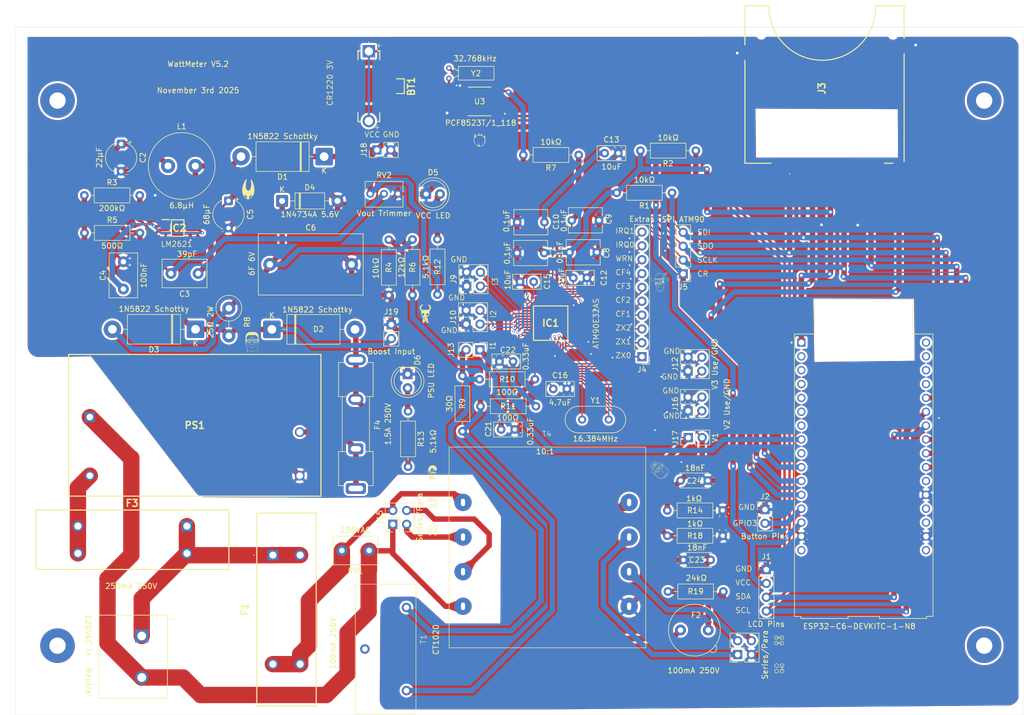
<source format=kicad_pcb>
(kicad_pcb (version 20241229) (generator "pcbnew") (generator_version "9.0")
  (layers (0 "F.Cu" signal) (2 "B.Cu" signal) (13 "F.Paste" user) (15 "B.Paste" user) (5 "F.SilkS" user "F.Silkscreen") (7 "B.SilkS" user "B.Silkscreen") (1 "F.Mask" user) (3 "B.Mask" user) (25 "Edge.Cuts" user))
  (net 0 "")
  (net 1 "GNDREF")
  (net 2 "VDD")
  (net 3 "Net-(IC1-~{RESET})")
  (net 4 "Net-(J1-Pin_3)")
  (net 5 "Net-(IC1-VDD18_1)")
  (net 6 "Net-(IC1-VREF)")
  (net 7 "Net-(IC1-CF2)")
  (net 8 "Net-(IC1-~{CS})")
  (net 9 "Net-(IC1-CF1)")
  (net 11 "Net-(J1-Pin_4)")
  (net 12 "Net-(IC1-V1P)")
  (net 13 "Net-(IC1-ZX2)")
  (net 14 "Net-(IC1-OSCO)")
  (net 15 "Net-(IC1-ZX1)")
  (net 16 "Net-(IC1-CF3)")
  (net 17 "Net-(IC1-I1N)")
  (net 18 "Net-(IC1-IRQ0)")
  (net 19 "Net-(IC1-SDI)")
  (net 20 "Net-(IC1-I2N)")
  (net 21 "Net-(IC1-WARNOUT)")
  (net 22 "Net-(IC1-OSCI)")
  (net 23 "Net-(IC1-ZX0)")
  (net 24 "Net-(IC1-I1P)")
  (net 25 "Net-(IC1-SDO)")
  (net 26 "Net-(IC1-SCLK)")
  (net 28 "/HV_0V")
  (net 29 "Net-(PS1-+VOUT)")
  (net 30 "Net-(IC1-I2P)")
  (net 31 "Net-(IC1-I3P)")
  (net 32 "Net-(IC1-IRQ1)")
  (net 34 "Net-(IC1-CF4)")
  (net 35 "Net-(IC1-V1N)")
  (net 36 "Net-(IC1-I3N)")
  (net 37 "Net-(D2-K)")
  (net 38 "VCC")
  (net 39 "Net-(J3-CD)")
  (net 40 "Net-(J3-WP)")
  (net 42 "Net-(J3-MMC-DAT{slash}SD-DAT3)")
  (net 44 "Net-(J13-Pin_2)")
  (net 45 "Net-(J13-Pin_1)")
  (net 46 "Net-(J14-Pin_1)")
  (net 47 "Net-(J14-Pin_4)")
  (net 48 "Net-(J14-Pin_2)")
  (net 49 "/HV_120VF1")
  (net 50 "/HV_120V")
  (net 51 "/HV_120VSP1")
  (net 52 "Net-(IC2-FB)")
  (net 53 "Net-(IC2-EN)")
  (net 54 "Net-(D1-A)")
  (net 55 "Net-(IC2-FREQ)")
  (net 59 "Net-(D3-A)")
  (net 65 "Net-(D2-A)")
  (net 70 "Net-(IC1-V2N)")
  (net 74 "Net-(IC1-V3P)")
  (net 76 "Net-(IC1-V3N)")
  (net 77 "Net-(IC1-V2P)")
  (net 78 "Net-(J2-Pin_2)")
  (net 79 "Net-(U1-GPIO1)")
  (net 80 "Net-(D5-A)")
  (net 81 "Net-(D6-A)")
  (net 82 "/HV_120VSP2")
  (net 83 "Net-(BT1-+)")
  (net 84 "Net-(U3-OSCI)")
  (net 86 "Net-(U3-OSCO)")
  (net 87 "Net-(F2-Pad1)")
  (net 89 "/HV_120VF2")
  (footprint "Capacitor_THT:C_Disc_D6.0mm_W4.4mm_P5.00mm" (layer "F.Cu") (at 154.65 78.35)
    (property "Reference" "C8")
    (property "Value" "0.1uF")
  )
  (footprint "Connector_PinHeader_2.54mm:PinHeader_2x02_P2.54mm_Vertical" (layer "F.Cu") (at 185.48 152.14 90)
    (property "Reference" "J14" (hide yes))
    (property "Value" "Series/Para" (hide yes))
  )
  (footprint "SD card Holder:GSD09002SEU" (layer "F.Cu") (at 200.92 48.29 90)
    (property "Reference" "J3")
    (property "Value" "GSD09002SEU" (hide yes))
  )
  (footprint "Memes:Hank Hill Silkscreen 0.150" (layer "F.Cu") (at 96.46 94.85)
    (property "Reference" "G***" (hide yes))
    (property "Value" "LOGO" (hide yes))
  )
  (footprint "Resistor_THT:R_Axial_DIN0207_L6.3mm_D2.5mm_P10.16mm_Horizontal" (layer "F.Cu") (at 172.58 130.35)
    (property "Reference" "R18")
    (property "Value" "1kΩ")
  )
  (footprint "Capacitor_THT:C_Disc_D6.0mm_W4.4mm_P5.00mm" (layer "F.Cu") (at 155.05 72.48)
    (property "Reference" "C9")
    (property "Value" "0.1uF")
  )
  (footprint "CT1020:CT1020" (layer "F.Cu") (at 124.72 143.51)
    (property "Reference" "T1")
    (property "Value" "CT1020")
  )
  (footprint "LED_THT:LED_D5.0mm" (layer "F.Cu") (at 124.94 100.715 -90)
    (property "Reference" "D6")
    (property "Value" "PSU LED")
  )
  (footprint "Capacitor_THT:C_Disc_D5.0mm_W2.5mm_P2.50mm" (layer "F.Cu") (at 161.08 60.16)
    (property "Reference" "C13")
    (property "Value" "10uF")
  )
  (footprint "Capacitor_THT:C_Disc_D8.0mm_W5.0mm_P5.00mm" (layer "F.Cu") (at 86.51 82.23 180)
    (property "Reference" "C3")
    (property "Value" "39pF")
  )
  (footprint "Resistor_THT:R_Axial_DIN0207_L6.3mm_D2.5mm_P10.16mm_Horizontal" (layer "F.Cu") (at 172.7 140.57)
    (property "Reference" "R19")
    (property "Value" "24kΩ")
  )
  (footprint "Connector_PinHeader_2.54mm:PinHeader_2x02_P2.54mm_Vertical" (layer "F.Cu") (at 135.76 84.55 90)
    (property "Reference" "J9")
    (property "Value" "I3 Use/GND")
  )
  (footprint "Crystal:Crystal_DS26_D2.0mm_L6.0mm_Horizontal" (layer "F.Cu") (at 132.515 46.44 90)
    (property "Reference" "Y2")
    (property "Value" "32.768kHz")
  )
  (footprint "Memes:Silksong Lace" (layer "F.Cu") (at 129.4 119.13)
    (property "Reference" "G***" (hide yes))
    (property "Value" "LOGO" (hide yes))
  )
  (footprint "Connector_PinHeader_2.54mm:PinHeader_1x04_P2.54mm_Vertical" (layer "F.Cu") (at 190.74 136.55)
    (property "Reference" "J1")
    (property "Value" "LCD Pins")
  )
  (footprint "Resistor_THT:R_Axial_DIN0207_L6.3mm_D2.5mm_P10.16mm_Horizontal" (layer "F.Cu") (at 121.49 86.19 90)
    (property "Reference" "R4")
    (property "Value" "10kΩ")
  )
  (footprint "Capacitor_THT:C_Disc_D5.0mm_W2.5mm_P2.50mm" (layer "F.Cu") (at 141.78 98.37)
    (property "Reference" "C22")
    (property "Value" "0.33uF")
  )
  (footprint "Connector_PinHeader_2.54mm:PinHeader_2x02_P2.54mm_Vertical" (layer "F.Cu") (at 135.68 91.52 90)
    (property "Reference" "J10")
    (property "Value" "I2 Use/GND")
  )
  (footprint "Resistor_THT:R_Axial_DIN0207_L6.3mm_D2.5mm_P10.16mm_Horizontal" (layer "F.Cu") (at 65.63 67.9)
    (property "Reference" "R3")
    (property "Value" "200kΩ")
  )
  (footprint "Capacitor_THT:C_Disc_D8.0mm_W5.0mm_P5.00mm" (layer "F.Cu") (at 117.88 133.05 180)
    (property "Reference" "RV1")
    (property "Value" "130VAC")
  )
  (footprint "Inductor_THT:L_Radial_D12.0mm_P5.00mm_Fastron_11P" (layer "F.Cu") (at 80.99 62.51)
    (property "Reference" "L1")
    (property "Value" "6.8μH")
  )
  (footprint "Resistor_THT:R_Axial_DIN0207_L6.3mm_D2.5mm_P10.16mm_Horizontal" (layer "F.Cu") (at 65.66 74.79)
    (property "Reference" "R5")
    (property "Value" "500Ω")
  )
  (footprint "Resistor_THT:R_Axial_DIN0207_L6.3mm_D2.5mm_P10.16mm_Horizontal" (layer "F.Cu") (at 156.32 60.49 180)
    (property "Reference" "R7")
    (property "Value" "10kΩ")
  )
  (footprint "Capacitor_THT:C_Disc_D5.0mm_W2.5mm_P2.50mm" (layer "F.Cu") (at 142.09 110.85)
    (property "Reference" "C21")
    (property "Value" "0.33uF")
  )
  (footprint "PFC8523:SO8_SOT96-1_NXP" (layer "F.Cu") (at 138.15 50.67)
    (property "Reference" "U3")
    (property "Value" "PCF8523T/1_118")
  )
  (footprint "Capacitor_THT:C_Disc_D5.0mm_W2.5mm_P5.00mm" (layer "F.Cu") (at 180.54 134.78 180)
    (property "Reference" "C23")
    (property "Value" "18nF")
  )
  (footprint "Connector_PinHeader_2.54mm:PinHeader_1x02_P2.54mm_Vertical" (layer "F.Cu") (at 176.435 112.34 90)
    (property "Reference" "J17")
    (property "Value" "V1")
  )
  (footprint "Capacitor_THT:CP_Radial_Tantal_D5.5mm_P5.00mm" (layer "F.Cu") (at 72.38 58.48 -90)
    (property "Reference" "C2")
    (property "Value" "22μF")
  )
  (footprint "Diode_THT:D_DO-201AD_P15.24mm_Horizontal" (layer "F.Cu") (at 100.04 92.49)
    (property "Reference" "D2")
    (property "Value" "1N5822 Schottky")
  )
  (footprint "LED_THT:LED_D5.0mm" (layer "F.Cu") (at 128.34 67.66)
    (property "Reference" "D5")
    (property "Value" "VCC LED")
  )
  (footprint "Connector_PinHeader_2.54mm:PinHeader_1x02_P2.54mm_Vertical" (layer "F.Cu") (at 138.2 96.25 -90)
    (property "Reference" "J13")
    (property "Value" "I1")
  )
  (footprint "Capacitor_THT:C_Disc_D8.0mm_W5.0mm_P5.00mm" (layer "F.Cu") (at 72.79 85.08 90)
    (property "Reference" "C4")
    (property "Value" "100nF")
  )
  (footprint "Memes:tank hill2 0.15.png" (layer "F.Cu") (at 171.095538 118.275443 45)
    (property "Reference" "G***" (hide yes))
    (property "Value" "LOGO" (hide yes))
  )
  (footprint "Resistor_THT:R_Axial_DIN0207_L6.3mm_D2.5mm_P10.16mm_Horizontal" (layer "F.Cu") (at 125.02 107.51 -90)
    (property "Reference" "R13")
    (property "Value" "5.1kΩ")
  )
  (footprint "Resistor_THT:R_Axial_DIN0207_L6.3mm_D2.5mm_P10.16mm_Horizontal" (layer "F.Cu") (at 177.81 59.7 180)
    (property "Reference" "R2")
    (property "Value" "10kΩ")
  )
  (footprint "Mounting Footprints:1591XXF Enclosure 4 point" (layer "F.Cu") (at 60.71 50.51)
    (property "Reference" "REF**" (hide yes))
    (property "Value" "1591XXF Enclosure 4 point")
  )
  (footprint "Resistor_THT:R_Axial_DIN0207_L6.3mm_D2.5mm_P10.16mm_Horizontal" (layer "F.Cu") (at 182.74 125.7 180)
    (property "Reference" "R14")
    (property "Value" "1kΩ")
  )
  (footprint "Fuse:Fuseholder_TR5_Littelfuse_No560_No460" (layer "F.Cu") (at 175.01 147.65)
    (property "Reference" "F2")
    (property "Value" "100mA 250V")
  )
  (footprint "3FD-210:3FD-224" (layer "F.Cu") (at 135.096 124.235)
    (property "Reference" "T4")
    (property "Value" "10:1")
  )
  (footprint "Resistor_THT:R_Axial_DIN0207_L6.3mm_D2.5mm_P10.16mm_Horizontal" (layer "F.Cu") (at 138.31 106.59)
    (property "Reference" "R11")
    (property "Value" "100Ω")
  )
  (footprint "Connector_PinHeader_2.54mm:PinHeader_2x02_P2.54mm_Vertical" (layer "F.Cu") (at 176.38 100.13 90)
    (property "Reference" "J12")
    (property "Value" "V3 Use/GND")
  )
  (footprint "Connector_PinHeader_2.54mm:PinHeader_1x02_P2.54mm_Vertical" (layer "F.Cu") (at 190.5 125.535)
    (property "Reference" "J2")
    (property "Value" "Button Pins")
  )
  (footprint "FuseHolder OGD:00318231" (layer "F.Cu") (at 100.22 133.9 -90)
    (property "Reference" "F1")
    (property "Value" "100mA 250V" (hide yes))
  )
  (footprint "ESP32:MODULE_ESP32-C6-DEVKITC-1-N8" (layer "F.Cu") (at 208.6075 119.225)
    (property "Reference" "U1" (hide yes))
    (property "Value" "ESP32-C6-DEVKITC-1-N8")
  )
  (footprint "Capacitor_THT:C_Disc_D5.0mm_W2.5mm_P5.00mm" (layer "F.Cu") (at 175.01 120.22)
    (property "Reference" "C24")
    (property "Value" "18nF")
  )
  (footprint "Capacitor_THT:CP_Radial_Tantal_D5.5mm_P5.00mm" (layer "F.Cu") (at 92.07 68.9 -90)
    (property "Reference" "C5")
    (property "Value" "68μF")
  )
  (footprint "Crystal:Crystal_HC49-U_Vertical" (layer "F.Cu") (at 156.95 109.03)
    (property "Reference" "Y1")
    (property "Value" "16.384MHz")
  )
  (footprint "Connector_PinHeader_2.54mm:PinHeader_1x02_P2.54mm_Vertical" (layer "F.Cu") (at 119.3 59.57 90)
    (property "Reference" "J18")
    (property "Value" "VCC Pins")
  )
  (footprint "Capacitor_THT:C_Disc_D5.0mm_W2.5mm_P2.50mm" (layer "F.Cu") (at 157.83 83.04 180)
    (property "Reference" "C12")
    (property "Value" "10uF")
  )
  (footprint "FuseHolder OGD:00318231" (layer "F.Cu") (at 84.45 128.58 180)
    (property "Reference" "F3")
    (property "Value" "250mA 250V" (hide yes))
  )
  (footprint "Memes:Hollow knight Knight" (layer "F.Cu") (at 128.176765 89.719627)
    (property "Reference" "G***" (hide yes))
    (property "Value" "LOGO" (hide yes))
  )
  (footprint "Memes:Hank Hill pimp hat Silkscreen 0.150" (layer "F.Cu") (at 171.19 83.81)
    (property "Reference" "G***" (hide yes))
    (property "Value" "LOGO" (hide yes))
  )
  (footprint "Memes:darksign" (layer "F.Cu") (at 138.148752 57.63765)
    (property "Reference" "G***" (hide yes))
    (property "Value" "LOGO" (hide yes))
  )
  (footprint "Diode_THT:D_DO-201AD_P15.24mm_Horizontal" (layer "F.Cu") (at 109.62 60.79 180)
    (property "Reference" "D1")
    (property "Value" "1N5822 Schottky")
  )
  (footprint "LM2621:SOP65P490X110-8N" (layer "F.Cu") (at 82.76 73.9)
    (property "Reference" "IC2")
    (property "Value" "LM2621MMX_NOPB" (hide yes))
  )
  (footprint "Connector_PinHeader_2.54mm:PinHeader_2x02_P2.54mm_Vertical" (layer "F.Cu") (at 176.38 107.44 90)
    (property "Reference" "J16")
    (property "Value" "V2 Use/GND")
  )
  (footprint "Capacitor_THT:C_Disc_D5.0mm_W2.5mm_P2.50mm" (layer "F.Cu") (at 148.06 83.75 180)
    (property "Reference" "C15")
    (property "Value" "10uF")
  )
  (footprint "Potentiometer_THT:Potentiometer_Bourns_3266Y_Vertical" (layer "F.Cu") (at 123.15 67.61)
    (property "Reference" "RV2")
    (property "Value" "Vout Trimmer")
  )
  (footprint "Battery Holders:BH127A1" (layer "F.Cu") (at 117.825 41.47 -90)
    (property "Reference" "BT1")
    (property "Value" "CR1220" (hide yes))
  )
  (footprint "Connector_PinHeader_2.54mm:PinHeader_2x02_P2.54mm_Vertical" (layer "F.Cu") (at 122.22 128.25 90)
    (property "Reference" "J15")
    (property "Value" "Series/Para")
  )
  (footprint "fuse holders:Fuseholder_Clip-5x20mm_Keystone_3512P_Inline_P23.62x7.27mm_D1.02x2.41x1.02x1.57mm_Horizontal_With_Model" (layer "F.Cu") (at 115.44 121.67 90)
    (property "Reference" "F4")
    (property "Value" "1.5A 250V")
  )
  (footprint "ATM90E32AS:QFP50P900X900X120-48N" (layer "F.Cu") (at 151.18 91.335)
    (property "Reference" "IC1")
    (property "Value" "ATM90E32AS-AU-R" (hide yes))
  )
  (footprint "Resistor_THT:R_Axial_DIN0414_L11.9mm_D4.5mm_P5.08mm_Vertical" (layer "F.Cu") (at 92.14 88.6 -90)
    (property "Reference" "R8")
    (property "Value" "25Ω 2W")
  )
  (footprint "RAC10E-05SK_277:RAC10E05SK277" (layer "F.Cu") (at 66.64 108.58)
    (property "Reference" "PS1")
    (property "Value" "RAC10E-05SK_277" (hide yes))
  )
  (footprint "Diode_THT:D_DO-41_SOD81_P10.16mm_Horizontal" (layer "F.Cu") (at 101.91 68.92)
    (property "Reference" "D4")
    (property "Value" "1N4734A 5.6V")
  )
  (footprint "Connector_PinHeader_2.54mm:PinHeader_1x02_P2.54mm_Vertical" (layer "F.Cu") (at 121.94 91.625)
    (property "Reference" "J19")
    (property "Value" "Boost Input")
  )
  (footprint "Capacitor_THT:C_Rect_L19.0mm_W11.0mm_P15.00mm_MKS4" (layer "F.Cu") (at 99.66 80.57)
    (property "Reference" "C6")
    (property "Value" "6F 6V")
  )
  (footprint "Capacitor_THT:C_Disc_D5.0mm_W2.5mm_P2.50mm" (layer "F.Cu") (at 151.66 103.41)
    (property "Reference" "C16")
    (property "Value" "4.7uF")
  )
  (footprint "Screw Terminals Custom:CUI_TB005-762-02BE" (layer "F.Cu") (at 76.16 148.73 -90)
    (property "Reference" "J11" (hide yes))
    (property "Value" "Input" (hide yes))
  )
  (footprint "Resistor_THT:R_Axial_DIN0207_L6.3mm_D2.5mm_P10.16mm_Horizontal" (layer "F.Cu") (at 134.99 101.03 -90)
    (property "Reference" "R9")
    (property "Value" "30Ω")
  )
  (footprint "Diode_THT:D_DO-201AD_P15.24mm_Horizontal" (layer "F.Cu") (at 86.02 92.47 180)
    (property "Reference" "D3")
    (property "Value" "1N5822 Schottky")
  )
  (footprint "Resistor_THT:R_Axial_DIN0207_L6.3mm_D2.5mm_P10.16mm_Horizontal" (layer "F.Cu") (at 173.45 67.43 180)
    (property "Reference" "R1")
    (property "Value" "10kΩ")
  )
  (footprint "Resistor_THT:R_Axial_DIN0207_L6.3mm_D2.5mm_P10.16mm_Horizontal" (layer "F.Cu") (at 125.83 86.17 90)
    (property "Reference" "R6")
    (property "Value" "12kΩ")
  )
  (footprint "Connector_PinHeader_2.54mm:PinHeader_1x10_P2.54mm_Vertical" (layer "F.Cu") (at 167.93 97.49 180)
    (property "Reference" "J4")
    (property "Value" "Extras")
  )
  (footprint "Memes:Hornet Silhouette" (layer "F.Cu") (at 95.71 66.81)
    (property "Reference" "G***" (hide yes))
    (property "Value" "LOGO" (hide yes))
  )
  (footprint "Connector_PinHeader_2.54mm:PinHeader_1x04_P2.54mm_Vertical" (layer "F.Cu") (at 175.48 82.31 180)
    (property "Reference" "J5")
    (property "Value" "SPI ATM90")
  )
  (footprint "Resistor_THT:R_Axial_DIN0207_L6.3mm_D2.5mm_P10.16mm_Horizontal" (layer "F.Cu") (at 130.41 75.94 -90)
    (property "Reference" "R12")
    (property "Value" "5.1kΩ")
  )
  (footprint "Resistor_THT:R_Axial_DIN0207_L6.3mm_D2.5mm_P10.16mm_Horizontal" (layer "F.Cu") (at 138.13 101.64)
    (property "Reference" "R10")
    (property "Value" "100Ω")
  )
  (footprint "Capacitor_THT:C_Disc_D6.0mm_W4.4mm_P5.00mm" (layer "F.Cu") (at 150 78.48 180)
    (property "Reference" "C7")
    (property "Value" "0.1uF")
  )
  (footprint "Capacitor_THT:C_Disc_D6.0mm_W4.4mm_P5.00mm" (layer "F.Cu") (at 150.04 72.82 180)
    (property "Reference" "C10")
    (property "Value" "0.1uF")
  )
  (gr_circle (center 193.62 155.18) (end 193.97 155.18) (stroke (width 0.1)) (fill no) (layer "F.SilkS"))
  (gr_circle (center 193.58 150.03) (end 193.93 150.03) (stroke (width 0.1)) (fill no) (layer "F.SilkS"))
  (gr_circle (center 192.62 154.18) (end 192.97 154.18) (stroke (width 0.1)) (fill no) (layer "F.SilkS"))
  (gr_circle (center 129.05 129.86) (end 129.4 129.86) (stroke (width 0.1)) (fill no) (layer "F.SilkS"))
  (gr_circle (center 192.62 155.18) (end 192.97 155.18) (stroke (width 0.1)) (fill no) (layer "F.SilkS"))
  (gr_circle (center 193.58 149.03) (end 193.93 149.03) (stroke (width 0.1)) (fill no) (layer "F.SilkS"))
  (gr_circle (center 129.05 128.86) (end 129.4 128.86) (stroke (width 0.1)) (fill no) (layer "F.SilkS"))
  (gr_line (start 130.05 128.86) (end 130.05 129.86) (stroke (width 0.1)) (layer "F.SilkS"))
  (gr_circle (center 129.03 124.75) (end 129.38 124.75) (stroke (width 0.1)) (fill no) (layer "F.SilkS"))
  (gr_line (start 130.03 124.75) (end 129.03 124.75) (stroke (width 0.1)) (layer "F.SilkS"))
  (gr_circle (center 129.03 123.75) (end 129.38 123.75) (stroke (width 0.1)) (fill no) (layer "F.SilkS"))
  (gr_circle (center 130.05 128.86) (end 130.4 128.86) (stroke (width 0.1)) (fill no) (layer "F.SilkS"))
  (gr_line (start 192.58 149.03) (end 193.58 149.03) (stroke (width 0.1)) (layer "F.SilkS"))
  (gr_line (start 193.58 150.03) (end 192.58 150.03) (stroke (width 0.1)) (layer "F.SilkS"))
  (gr_circle (center 192.58 149.03) (end 192.93 149.03) (stroke (width 0.1)) (fill no) (layer "F.SilkS"))
  (gr_circle (center 130.03 124.75) (end 130.38 124.75) (stroke (width 0.1)) (fill no) (layer "F.SilkS"))
  (gr_circle (center 130.03 123.75) (end 130.38 123.75) (stroke (width 0.1)) (fill no) (layer "F.SilkS"))
  (gr_line (start 193.62 154.18) (end 193.62 155.18) (stroke (width 0.1)) (layer "F.SilkS"))
  (gr_circle (center 193.62 154.18) (end 193.97 154.18) (stroke (width 0.1)) (fill no) (layer "F.SilkS"))
  (gr_circle (center 192.58 150.03) (end 192.93 150.03) (stroke (width 0.1)) (fill no) (layer "F.SilkS"))
  (gr_circle (center 130.05 129.86) (end 130.4 129.86) (stroke (width 0.1)) (fill no) (layer "F.SilkS"))
  (gr_line (start 129.03 123.75) (end 130.03 123.75) (stroke (width 0.1)) (layer "F.SilkS"))
  (gr_rect (start 53.02 37.05) (end 238.01 163.2) (stroke (width 0.05)) (fill no) (layer "Edge.Cuts"))
  (gr_text "GND" (at 171.43 101.76 0) (layer "F.SilkS") (effects (font (size 1 1) (thickness 0.125)) (justify left bottom)))
  (gr_text "250mA 250V" (at 74.22 139.58 0) (layer "F.SilkS") (effects (font (size 1 1))))
  (gr_text "GND" (at 185 137 0) (layer "F.SilkS") (effects (font (size 1 1) (thickness 0.125)) (justify left bottom)))
  (gr_text "ZX0" (at 163 97.86 0) (layer "F.SilkS") (effects (font (size 1 1) (thickness 0.125)) (justify left bottom)))
  (gr_text "SCLK" (at 178 80.33 0) (layer "F.SilkS") (effects (font (size 1 1) (thickness 0.125)) (justify left bottom)))
  (gr_text "SDO" (at 178 77.79 0) (layer "F.SilkS") (effects (font (size 1 1) (thickness 0.125)) (justify left bottom)))
  (gr_text "GND" (at 130.97 93.24 0) (layer "F.SilkS") (effects (font (size 1 1) (thickness 0.125)) (justify left bottom)))
  (gr_text "IRQ1" (at 163 75 0) (layer "F.SilkS") (effects (font (size 1 1) (thickness 0.125)) (justify left bottom)))
  (gr_text "GND" (at 132.32 87.25 0) (layer "F.SilkS") (effects (font (size 1 1) (thickness 0.125)) (justify left bottom)))
  (gr_text "VCC" (at 185 139.54 0) (layer "F.SilkS") (effects (font (size 1 1) (thickness 0.125)) (justify left bottom)))
  (gr_text "Series/Para" (at 190.5 152.18 90) (layer "F.SilkS") (effects (font (size 1 1))))
  (gr_text "CF2" (at 163 87.7 0) (layer "F.SilkS") (effects (font (size 1 1) (thickness 0.125)) (justify left bottom)))
  (gr_text "ZX1" (at 163 95.32 0) (layer "F.SilkS") (effects (font (size 1 1) (thickness 0.125)) (justify left bottom)))
  (gr_text "CR1220 3V" (at 111.28 51.55 90) (layer "F.SilkS") (effects (font (size 1 1) (thickness 0.125)) (justify left bottom)))
  (gr_text "SDA" (at 185 142.08 0) (layer "F.SilkS") (effects (font (size 1 1) (thickness 0.125)) (justify left bottom)))
  (gr_text "CF1" (at 163 90.24 0) (layer "F.SilkS") (effects (font (size 1 1) (thickness 0.125)) (justify left bottom)))
  (gr_text "GND" (at 171.62 104.32 0) (layer "F.SilkS") (effects (font (size 1 1) (thickness 0.125)) (justify left bottom)))
  (gr_text "SDI" (at 178 75.25 0) (layer "F.SilkS") (effects (font (size 1 1) (thickness 0.125)) (justify left bottom)))
  (gr_text "I2" (at 141.25 90.47 90) (layer "F.SilkS") (effects (font (size 1 1) (thickness 0.125)) (justify left bottom)))
  (gr_text "IRQ0" (at 163 77.54 0) (layer "F.SilkS") (effects (font (size 1 1) (thickness 0.125)) (justify left bottom)))
  (gr_text "GND" (at 120.31 57.32 0) (layer "F.SilkS") (effects (font (size 1 1) (thickness 0.125)) (justify left bottom)))
  (gr_text "CF4" (at 163 82.62 0) (layer "F.SilkS") (effects (font (size 1 1) (thickness 0.125)) (justify left bottom)))
  (gr_text "GPIO3" (at 184.51 128.64 0) (layer "F.SilkS") (effects (font (size 1 1) (thickness 0.125)) (justify left bottom)))
  (gr_text "ATM90E32AS" (at 160.1 96.14 90) (layer "F.SilkS") (effects (font (size 1 1) (thickness 0.125)) (justify left bottom)))
  (gr_text "GND" (at 171.73 108.91 0) (layer "F.SilkS") (effects (font (size 1 1) (thickness 0.125)) (justify left bottom)))
  (gr_text "CR" (at 178 82.87 0) (layer "F.SilkS") (effects (font (size 1 1) (thickness 0.125)) (justify left bottom)))
  (gr_text "GND" (at 171.81 97.07 0) (layer "F.SilkS") (effects (font (size 1 1) (thickness 0.125)) (justify left bottom)))
  (gr_text "100mA 250V" (at 111.27 150.09 90) (layer "F.SilkS") (effects (font (size 1 1))))
  (gr_text "WattMeter V5.2\n\n\nNovember 3rd 2025" (at 86.5 46.23 0) (layer "F.SilkS") (effects (font (size 1 1))))
  (gr_text "CF3" (at 163 85.16 0) (layer "F.SilkS") (effects (font (size 1 1) (thickness 0.125)) (justify left bottom)))
  (gr_text "WRN" (at 163 80.08 0) (layer "F.SilkS") (effects (font (size 1 1) (thickness 0.125)) (justify left bottom)))
  (gr_text "VCC" (at 116.94 57.34 0) (layer "F.SilkS") (effects (font (size 1 1) (thickness 0.125)) (justify left bottom)))
  (gr_text "SCL" (at 185 144.62 0) (layer "F.SilkS") (effects (font (size 1 1) (thickness 0.125)) (justify left bottom)))
  (gr_text "Neutral" (at 66.45 157.26 270) (layer "F.SilkS") (effects (font (size 1 1))))
  (gr_text "I3" (at 141.58 84.52 90) (layer "F.SilkS") (effects (font (size 1 1) (thickness 0.125)) (justify left bottom)))
  (gr_text "ZX2" (at 163 92.78 0) (layer "F.SilkS") (effects (font (size 1 1) (thickness 0.125)) (justify left bottom)))
  (gr_text "GND" (at 185.55 125.69 0) (layer "F.SilkS") (effects (font (size 1 1) (thickness 0.125)) (justify left bottom)))
  (gr_text "GND" (at 132.74 80.23 0) (layer "F.SilkS") (effects (font (size 1 1) (thickness 0.125)) (justify left bottom)))
  (gr_text "120VAC In" (at 66.33 148.63 270) (layer "F.SilkS") (effects (font (size 1 1))))
  (gr_text "LM2621" (at 79.6 77.42 0) (layer "F.SilkS") (effects (font (size 1 1) (thickness 0.125)) (justify left bottom)))
  (segment (start 175.54 134.78) (end 174.081 134.78) (width 1) (layer "F.Cu") (net 1))
  (segment (start 190.74 136.55) (end 189.8 136.55) (width 1) (layer "F.Cu") (net 1))
  (segment (start 80.56 72.925) (end 81.883 72.925) (width 0.45) (layer "F.Cu") (net 1))
  (segment (start 145.56 83.75) (end 147.869 86.059) (width 0.25) (layer "F.Cu") (net 1))
  (segment (start 160.05 72.48) (end 160.05 77.95) (width 1) (layer "F.Cu") (net 1))
  (segment (start 135.68 91.52) (end 128.045 91.52) (width 1) (layer "F.Cu") (net 1))
  (segment (start 122.975 52.79) (end 117.875 47.69) (width 1) (layer "F.Cu") (net 1))
  (segment (start 128.34 67.66) (end 131.76 64.24) (width 1) (layer "F.Cu") (net 1))
  (segment (start 207.51 62.73) (end 207.52 62.72) (width 1) (layer "F.Cu") (net 1))
  (segment (start 80.56 69.82) (end 80.56 72.925) (width 0.45) (layer "F.Cu") (net 1))
  (segment (start 187.59 131.92) (end 187.59 126.99) (width 1) (layer "F.Cu") (net 1))
  (segment (start 159.65 81.22) (end 157.83 83.04) (width 1) (layer "F.Cu") (net 1))
  (segment (start 200.86 64.43) (end 200.87 64.42) (width 1) (layer "F.Cu") (net 1))
  (segment (start 148.93 87.11) (end 148.93 89.24) (width 0.25) (layer "F.Cu") (net 1))
  (segment (start 148.93 86.083) (end 148.93 87.11) (width 0.25) (layer "F.Cu") (net 1))
  (segment (start 146.955 89.085) (end 147.982 89.085) (width 0.25) (layer "F.Cu") (net 1))
  (segment (start 148.906 86.059) (end 148.93 86.083) (width 0.25) (layer "F.Cu") (net 1))
  (segment (start 114.66 86.1) (end 114.66 80.57) (width 1) (layer "F.Cu") (net 1))
  (segment (start 200.86 73.54) (end 200.8 73.6) (width 1) (layer "F.Cu") (net 1))
  (segment (start 92.07 73.9) (end 100.05 65.92) (width 1) (layer "F.Cu") (net 1))
  (segment (start 148.6375 89.7405) (end 148.6375 92.9125) (width 0.25) (layer "F.Cu") (net 1))
  (segment (start 112.07 77.98) (end 114.66 80.57) (width 1) (layer "F.Cu") (net 1))
  (segment (start 174.081 134.78) (end 165.576 143.285) (width 1) (layer "F.Cu") (net 1))
  (segment (start 215.71 40.32) (end 215.52 40.51) (width 1) (layer "F.Cu") (net 1))
  (segment (start 147.982 89.085) (end 148.5335 89.6365) (width 0.25) (layer "F.Cu") (net 1))
  (segment (start 85.13 76.09) (end 85.13 75.045) (width 0.45) (layer "F.Cu") (net 1))
  (segment (start 190.74 136.55) (end 190.74 135.07) (width 1) (layer "F.Cu") (net 1))
  (segment (start 124.94 94.625) (end 124.94 100.715) (width 1) (layer "F.Cu") (net 1))
  (segment (start 112.07 68.92) (end 112.07 77.98) (width 1) (layer "F.Cu") (net 1))
  (segment (start 148.5335 89.6365) (end 148.6375 89.7405) (width 0.25) (layer "F.Cu") (net 1))
  (segment (start 145.04 72.82) (end 145.04 69.01) (width 1) (layer "F.Cu") (net 1))
  (segment (start 100.05 65.92) (end 109.07 65.92) (width 1) (layer "F.Cu") (net 1))
  (segment (start 190.64 148.38) (end 190.64 150.75) (width 1) (layer "F.Cu") (net 1))
  (segment (start 102.43 98.33) (end 114.255 86.505) (width 1) (layer "F.Cu") (net 1))
  (segment (start 154.16 104.91) (end 154.16 103.41) (width 1) (layer "F.Cu") (net 1))
  (segment (start 200.86 73.3) (end 200.86 64.43) (width 1) (layer "F.Cu") (net 1))
  (segment (start 200.87 64.42) (end 200.87 62.72) (width 1) (layer "F.Cu") (net 1))
  (segment (start 159.65 78.35) (end 159.65 81.22) (width 1) (layer "F.Cu") (net 1))
  (segment (start 186.24 102.85) (end 186.24 118.98) (width 1) (layer "F.Cu") (net 1))
  (segment (start 128.34 67.66) (end 123.2 67.66) (width 1) (layer "F.Cu") (net 1))
  (segment (start 121.94 86.33) (end 121.78 86.17) (width 1) (layer "F.Cu") (net 1))
  (segment (start 121.94 91.625) (end 121.94 86.33) (width 1) (layer "F.Cu") (net 1))
  (segment (start 123.2 67.66) (end 123.15 67.61) (width 1) (layer "F.Cu") (net 1))
  (segment (start 155.405 88.585) (end 153.11 88.585) (width 0.25) (layer "F.Cu") (net 1))
  (segment (start 147.869 86.059) (end 148.906 86.059) (width 0.25) (layer "F.Cu") (net 1))
  (segment (start 190.5 123.24) (end 190.5 125.535) (width 1) (layer "F.Cu") (net 1))
  (segment (start 213.96 41.71) (end 187.52 41.71) (width 1) (layer "F.Cu") (net 1))
  (segment (start 123.15 60.88) (end 121.84 59.57) (width 1) (layer "F.Cu") (net 1))
  (segment (start 148.81 93.085) (end 149.0825 93.3575) (width 0.25) (layer "F.Cu") (net 1))
  (segment (start 183.605 119.815) (end 187.075 119.815) (width 1) (layer "F.Cu") (net 1))
  (segment (start 114.255 86.505) (end 114.66 86.1) (width 1) (layer "F.Cu") (net 1))
  (segment (start 105.14 119.33) (end 102.43 116.62) (width 1) (layer "F.Cu") (net 1))
  (segment (start 132.395 52.575) (end 132.18 52.79) (width 0.45) (layer "F.Cu") (net 1))
  (segment (start 155.405 88.585) (end 155.405 88.05) (width 0.25) (layer "F.Cu") (net 1))
  (segment (start 188.99 152.4) (end 188.28 152.4) (width 1) (layer "F.Cu") (net 1))
  (segment (start 188.28 152.4) (end 188.02 152.14) (width 1) (layer "F.Cu") (net 1))
  (segment (start 146.955 94.085) (end 149.81 94.085) (width 0.25) (layer "F.Cu") (net 1))
  (segment (start 102.43 116.62) (end 102.43 98.33) (width 1) (layer "F.Cu") (net 1))
  (segment (start 121.78 86.17) (end 114.59 86.17) (width 1) (layer "F.Cu") (net 1))
  (segment (start 131.76 64.24) (end 140.27 64.24) (width 1) (layer "F.Cu") (net 1))
  (segment (start 207.51 73.35) (end 207.51 62.73) (width 1) (layer "F.Cu") (net 1))
  (segment (start 83.833 74.875) (end 84.96 74.875) (width 0.45) (layer "F.Cu") (net 1))
  (segment (start 132.18 52.79) (end 122.975 52.79) (width 1) (layer "F.Cu") (net 1))
  (segment (start 74.22 63.48) (end 80.56 69.82) (width 1) (layer "F.Cu") (net 1))
  (segment (start 153.11 88.585) (end 151.7275 89.9675) (width 0.25) (layer "F.Cu") (net 1))
  (segment (start 207.51 73.35) (end 207.51 73.56) (width 1) (layer "F.Cu") (net 1))
  (segment (start 149.81 94.085) (end 150.982 94.085) (width 0.25) (layer "F.Cu") (net 1))
  (segment (start 145 83.19) (end 145.56 83.75) (width 1) (layer "F.Cu") (net 1))
  (segment (start 145 78.48) (end 145 83.19) (width 1) (layer "F.Cu") (net 1))
  (segment (start 148.22 110.85) (end 154.16 104.91) (width 1) (layer "F.Cu") (net 1))
  (segment (start 151.11 90.585) (end 150.8675 90.8275) (width 0.25) (layer "F.Cu") (net 1))
  (segment (start 85.13 75.045) (end 84.96 74.875) (width 0.45) (layer "F.Cu") (net 1))
  (segment (start 112.07 68.92) (end 112.73 69.58) (width 1) (layer "F.Cu") (net 1))
  (segment (start 121.18 69.58) (end 123.15 67.61) (width 1) (layer "F.Cu") (net 1))
  (segment (start 135.42585 52.575) (end 132.395 52.575) (width 0.45) (layer "F.Cu") (net 1))
  (segment (start 160.05 77.95) (end 159.65 78.35) (width 1) (layer "F.Cu") (net 1))
  (segment (start 190.74 135.07) (end 187.59 131.92) (width 1) (layer "F.Cu") (net 1))
  (segment (start 190.64 150.75) (end 188.99 152.4) (width 1) (layer "F.Cu") (net 1))
  (segment (start 146.955 92.585) (end 148.31 92.585) (width 0.25) (layer "F.Cu") (net 1))
  (segment (start 150.982 94.085) (end 151.1185 94.2215) (width 0.25) (layer "F.Cu") (net 1))
  (segment (start 150.8675 90.8275) (end 148.61 93.085) (width 0.25) (layer "F.Cu") (net 1))
  (segment (start 146.955 93.085) (end 148.61 93.085) (width 0.25) (layer "F.Cu") (net 1))
  (segment (start 185.4 41.8) (end 187.43 41.8) (width 1) (layer "F.Cu") (net 1))
  (segment (start 163.58 60.16) (end 160.05 63.69) (width 1) (layer "F.Cu") (net 1))
  (segment (start 151.43 94.533) (end 151.43 95.56) (width 0.25) (layer "F.Cu") (net 1))
  (segment (start 72.38 63.48) (end 74.22 63.48) (width 1) (layer "F.Cu") (net 1))
  (segment (start 145.04 69.01) (end 140.27 64.24) (width 1) (layer "F.Cu") (net 1))
  (segment (start 123.15 67.61) (end 123.15 60.88) (width 1) (layer "F.Cu") (net 1))
  (segment (start 149.0825 93.3575) (end 149.81 94.085) (width 0.25) (layer "F.Cu") (net 1))
  (segment (start 148.31 92.585) (end 148.6375 92.9125) (width 0.25) (layer "F.Cu") (net 1))
  (segment (start 189.8 136.55) (end 187.61 138.74) (width 1) (layer "F.Cu") (net 1))
  (segment (start 160.05 63.69) (end 160.05 72.48) (width 1) (layer "F.Cu") (net 1))
  (segment (start 187.61 138.74) (end 187.61 145.35) (width 1) (layer "F.Cu") (net 1))
  (segment (start 121.94 91.625) (end 124.94 94.625) (width 1) (layer "F.Cu") (net 1))
  (segment (start 145 78.48) (end 145 72.86) (width 1) (layer "F.Cu") (net 1))
  (segment (start 218.15 40.32) (end 215.71 40.32) (width 1) (layer "F.Cu") (net 1))
  (segment (start 190.335 125.7) (end 190.5 125.535) (width 1) (layer "F.Cu") (net 1))
  (segment (start 187.43 41.8) (end 187.52 41.71) (width 1) (layer "F.Cu") (net 1))
  (segment (start 182.74 125.7) (end 190.335 125.7) (width 1) (layer "F.Cu") (net 1))
  (segment (start 187.075 119.815) (end 190.5 123.24) (width 1) (layer "F.Cu") (net 1))
  (segment (start 215.16 40.51) (end 213.96 41.71) (width 1) (layer "F.Cu") (net 1))
  (segment (start 128.045 91.52) (end 124.94 94.625) (width 1) (layer "F.Cu") (net 1))
  (segment (start 189.045 125.535) (end 190.5 125.535) (width 1) (layer "F.Cu") (net 1))
  (segment (start 155.405 90.585) (end 151.11 90.585) (width 0.25) (layer "F.Cu") (net 1))
  (segment (start 215.52 40.51) (end 215.16 40.51) (width 1) (layer "F.Cu") (net 1))
  (segment (start 183.2 120.22) (end 183.605 119.815) (width 1) (layer "F.Cu") (net 1))
  (segment (start 148.61 93.085) (end 148.81 93.085) (width 0.25) (layer "F.Cu") (net 1))
  (segment (start 186.24 118.98) (end 187.075 119.815) (width 1) (layer "F.Cu") (net 1))
  (segment (start 148.6375 92.9125) (end 149.0825 93.3575) (width 0.25) (layer "F.Cu") (net 1))
  (segment (start 81.883 72.925) (end 83.833 74.875) (width 0.45) (layer "F.Cu") (net 1))
  (segment (start 150.43 88.67) (end 151.7275 89.9675) (width 0.25) (layer "F.Cu") (net 1))
  (segment (start 187.59 126.99) (end 189.045 125.535) (width 1) (layer "F.Cu") (net 1))
  (segment (start 151.1185 94.2215) (end 151.43 94.533) (width 0.25) (layer "F.Cu") (net 1))
  (segment (start 145 72.86) (end 145.04 72.82) (width 1) (layer "F.Cu") (net 1))
  (segment (start 187.61 145.35) (end 190.64 148.38) (width 1) (layer "F.Cu") (net 1))
  (segment (start 180.01 120.22) (end 183.2 120.22) (width 1) (layer "F.Cu") (net 1))
  (segment (start 109.07 65.92) (end 112.07 68.92) (width 1) (layer "F.Cu") (net 1))
  (segment (start 148.93 89.24) (end 148.5335 89.6365) (width 0.25) (layer "F.Cu") (net 1))
  (segment (start 176.38 104.9) (end 178.43 102.85) (width 1) (layer "F.Cu") (net 1))
  (segment (start 144.59 110.85) (end 148.22 110.85) (width 1) (layer "F.Cu") (net 1))
  (segment (start 207.51 73.56) (end 207.41 73.66) (width 1) (layer "F.Cu") (net 1))
  (segment (start 151.7275 89.9675) (end 150.8675 90.8275) (width 0.25) (layer "F.Cu") (net 1))
  (segment (start 200.86 73.3) (end 200.86 73.54) (width 1) (layer "F.Cu") (net 1))
  (segment (start 150.43 87.11) (end 150.43 88.67) (width 0.25) (layer "F.Cu") (net 1))
  (segment (start 112.73 69.58) (end 121.18 69.58) (width 1) (layer "F.Cu") (net 1))
  (segment (start 114.59 86.17) (end 114.255 86.505) (width 1) (layer "F.Cu") (net 1))
  (segment (start 178.43 102.85) (end 186.24 102.85) (width 1) (layer "F.Cu") (net 1))
  (via (at 171.48 101.19) (size 0.6) (drill 0.3) (layers "F.Cu" "B.Cu") (net 1))
  (via (at 165.69 93.94) (size 0.6) (drill 0.3) (layers "F.Cu" "B.Cu") (net 1))
  (via (at 162.53 97.69) (size 0.6) (drill 0.3) (layers "F.Cu" "B.Cu") (net 1))
  (via (at 133.92 47.75) (size 0.6) (drill 0.3) (layers "F.Cu" "B.Cu") (net 1))
  (via (at 159.32 88.96) (size 0.6) (drill 0.3) (layers "F.Cu" "B.Cu") (net 1))
  (via (at 165.68 75.79) (size 0.6) (drill 0.3) (layers "F.Cu" "B.Cu") (net 1))
  (via (at 207.51 73.35) (size 1) (drill 0.5) (layers "F.Cu" "B.Cu") (net 1))
  (via (at 172.53 107.63) (size 0.6) (drill 0.3) (layers "F.Cu" "B.Cu") (net 1))
  (via (at 172.08 72.7) (size 0.6) (drill 0.3) (layers "F.Cu" "B.Cu") (net 1))
  (via (at 171.84 74.88) (size 0.6) (drill 0.3) (layers "F.Cu" "B.Cu") (net 1))
  (via (at 151.1185 94.2215) (size 0.5) (drill 0.3) (layers "F.Cu" "B.Cu") (net 1))
  (via (at 165.62 78.28) (size 0.6) (drill 0.3) (layers "F.Cu" "B.Cu") (net 1))
  (via (at 200.86 73.3) (size 1) (drill 0.5) (layers "F.Cu" "B.Cu") (net 1))
  (via (at 175.18 116.85) (size 0.6) (drill 0.3) (layers "F.Cu" "B.Cu") (net 1))
  (via (at 170.29 110.98) (size 0.6) (drill 0.3) (layers "F.Cu" "B.Cu") (net 1))
  (via (at 165.65 80.74) (size 0.6) (drill 0.3) (layers "F.Cu" "B.Cu") (net 1))
  (via (at 142.78 52.92) (size 0.6) (drill 0.3) (layers "F.Cu" "B.Cu") (net 1))
  (via (at 158.1 94.77) (size 0.6) (drill 0.3) (layers "F.Cu" "B.Cu") (net 1))
  (via (at 151.95 97.36) (size 0.6) (drill 0.3) (layers "F.Cu" "B.Cu") (net 1))
  (via (at 132.18 52.79) (size 1) (drill 0.5) (layers "F.Cu" "B.Cu") (net 1))
  (via (at 78.63 67.89) (size 1) (drill 0.5) (layers "F.Cu" "B.Cu") (net 1))
  (via (at 165.85 83.2) (size 0.6) (drill 0.3) (layers "F.Cu" "B.Cu") (net 1))
  (via (at 85.13 76.09) (size 0.6) (drill 0.3) (layers "F.Cu" "B.Cu") (net 1))
  (via (at 185.4 41.8) (size 1) (drill 0.5) (layers "F.Cu" "B.Cu") (net 1))
  (via (at 166 91.54) (size 0.6) (drill 0.3) (layers "F.Cu" "B.Cu") (net 1))
  (via (at 158.57 96.99) (size 0.6) (drill 0.3) (layers "F.Cu" "B.Cu") (net 1))
  (via (at 222.41 108.73) (size 0.6) (drill 0.3) (layers "F.Cu" "B.Cu") (net 1))
  (via (at 218.15 40.32) (size 1) (drill 0.5) (layers "F.Cu" "B.Cu") (net 1))
  (via (at 155.405 88.05) (size 0.5) (drill 0.3) (layers "F.Cu" "B.Cu") (net 1))
  (via (at 172.17 78.06) (size 0.6) (drill 0.3) (layers "F.Cu" "B.Cu") (net 1))
  (via (at 146.89 96.04) (size 0.6) (drill 0.3) (layers "F.Cu" "B.Cu") (net 1))
  (segment (start 76.65 78.03) (end 74.6 80.08) (width 1) (layer "B.Cu") (net 1))
  (segment (start 138.3815 94.2215) (end 135.68 91.52) (width 1) (layer "B.Cu") (net 1))
  (segment (start 178.31 134.78) (end 182.74 130.35) (width 1) (layer "B.Cu") (net 1))
  (segment (start 135.76 82.01) (end 135.76 91.44) (width 1) (layer "B.Cu") (net 1))
  (segment (start 90.41 73.9) (end 92.07 73.9) (width 1) (layer "B.Cu") (net 1))
  (segment (start 182.74 130.35) (end 182.74 125.7) (width 1) (layer "B.Cu") (net 1))
  (segment (start 197.1775 130.46) (end 220.0375 130.46) (width 1) (layer "B.Cu") (net 1))
  (segment (start 85.13 76.09) (end 83.19 78.03) (width 1) (layer "B.Cu") (net 1))
  (segment (start 85.18 67.98) (end 91.1 73.9) (width 1) (layer "B.Cu") (net 1))
  (segment (start 78.63 67.89) (end 78.72 67.98) (width 1) (layer "B.Cu") (net 1))
  (segment (start 182.04 45.14) (end 174.28 45.14) (width 1) (layer "B.Cu") (net 1))
  (segment (start 135.76 91.44) (end 135.68 91.52) (width 1) (layer "B.Cu") (net 1))
  (segment (start 176.38 104.9) (end 176.38 100.13) (width 1) (layer "B.Cu") (net 1))
  (segment (start 200.86 73.3) (end 207.46 73.3) (width 1) (layer "B.Cu") (net 1))
  (segment (start 74.6 80.08) (end 72.79 80.08) (width 1) (layer "B.Cu") (net 1))
  (segment (start 142.38 94.2215) (end 138.3815 94.2215) (width 1) (layer "B.Cu") (net 1))
  (segment (start 155.405 88.05) (end 155.455 88) (width 0.25) (layer "B.Cu") (net 1))
  (segment (start 154.16 106.56) (end 154.16 103.41) (width 1) (layer "B.Cu") (net 1))
  (segment (start 218.24 73.17) (end 218.24 40.41) (width 1) (layer "B.Cu") (net 1))
  (segment (start 78.72 67.98) (end 78.87 67.98) (width 1) (layer "B.Cu") (net 1))
  (segment (start 128.34 56.63) (end 132.18 52.79) (width 1) (layer "B.Cu") (net 1))
  (segment (start 157.24 113.16) (end 152.4 108.32) (width 1) (layer "B.Cu") (net 1))
  (segment (start 154.16 103.41) (end 154.16 101.34) (width 0.25) (layer "B.Cu") (net 1))
  (segment (start 185.4 41.8) (end 185.38 41.8) (width 1) (layer "B.Cu") (net 1))
  (segment (start 157.83 86.844588) (end 157.83 83.04) (width 0.25) (layer "B.Cu") (net 1))
  (segment (start 163.58 55.84) (end 163.58 60.16) (width 1) (layer "B.Cu") (net 1))
  (segment (start 88.22 76.09) (end 90.41 73.9) (width 1) (layer "B.Cu") (net 1))
  (segment (start 220.0375 122.84) (end 220.61 122.84) (width 1) (layer "B.Cu") (net 1))
  (segment (start 149.91 97.09) (end 149.91 95.43) (width 0.25) (layer "B.Cu") (net 1))
  (segment (start 143.61 78.48) (end 145 78.48) (width 1) (layer "B.Cu") (net 1))
  (segment (start 151.1185 94.2215) (end 142.38 94.2215) (width 0.25) (layer "B.Cu") (net 1))
  (segment (start 190.74 136.55) (end 191.0875 136.55) (width 1) (layer "B.Cu") (net 1))
  (segment (start 175.54 134.78) (end 178.31 134.78) (width 1) (layer "B.Cu") (net 1))
  (segment (start 78.72 67.98) (end 85.18 67.98) (width 1) (layer "B.Cu") (net 1))
  (segment (start 142.38 94.2215) (end 141.78 94.8215) (width 1) (layer "B.Cu") (net 1))
  (segment (start 176.38 107.44) (end 170.66 113.16) (width 1) (layer "B.Cu") (net 1))
  (segment (start 128.34 67.66) (end 128.34 56.63) (width 1) (layer "B.Cu") (net 1))
  (segment (start 207.51 73.35) (end 218.06 73.35) (width 1) (layer "B.Cu") (net 1))
  (segment (start 222.3 128.73) (end 220.57 130.46) (width 1) (layer "B.Cu") (net 1))
  (segment (start 222.3 124.53) (end 222.3 128.73) (width 1) (layer "B.Cu") (net 1))
  (segment (start 91.1 73.9) (end 92.07 73.9) (width 1) (layer "B.Cu") (net 1))
  (segment (start 218.24 40.41) (end 218.15 40.32) (width 1) (layer "B.Cu") (net 1))
  (segment (start 176.38 97.59) (end 176.38 100.13) (width 1) (layer "B.Cu") (net 1))
  (segment (start 141.78 94.8215) (end 141.78 98.37) (width 1) (layer "B.Cu") (net 1))
  (segment (start 154.16 101.34) (end 149.91 97.09) (width 0.25) (layer "B.Cu") (net 1))
  (segment (start 185.38 41.8) (end 182.04 45.14) (width 1) (layer "B.Cu") (net 1))
  (segment (start 135.76 82.01) (end 137.62 80.15) (width 1) (layer "B.Cu") (net 1))
  (segment (start 170.66 113.16) (end 157.24 113.16) (width 1) (layer "B.Cu") (net 1))
  (segment (start 156.624588 88.05) (end 157.83 86.844588) (width 0.25) (layer "B.Cu") (net 1))
  (segment (start 220.61 122.84) (end 222.3 124.53) (width 1) (layer "B.Cu") (net 1))
  (segment (start 220.57 130.46) (end 220.0375 130.46) (width 1) (layer "B.Cu") (net 1))
  (segment (start 137.62 80.15) (end 141.94 80.15) (width 1) (layer "B.Cu") (net 1))
  (segment (start 218.06 73.35) (end 218.24 73.17) (width 1) (layer "B.Cu") (net 1))
  (segment (start 207.46 73.3) (end 207.51 73.35) (width 1) (layer "B.Cu") (net 1))
  (segment (start 174.28 45.14) (end 163.58 55.84) (width 1) (layer "B.Cu") (net 1))
  (segment (start 191.0875 136.55) (end 197.1775 130.46) (width 1) (layer "B.Cu") (net 1))
  (segment (start 155.405 88.05) (end 156.624588 88.05) (width 0.25) (layer "B.Cu") (net 1))
  (segment (start 152.4 108.32) (end 154.16 106.56) (width 1) (layer "B.Cu") (net 1))
  (segment (start 83.19 78.03) (end 76.65 78.03) (width 1) (layer "B.Cu") (net 1))
  (segment (start 176.38 107.44) (end 176.38 104.9) (width 1) (layer "B.Cu") (net 1))
  (segment (start 85.13 76.09) (end 88.22 76.09) (width 1) (layer "B.Cu") (net 1))
  (segment (start 141.94 80.15) (end 143.61 78.48) (width 1) (layer "B.Cu") (net 1))
  (segment (start 149.91 95.43) (end 151.1185 94.2215) (width 0.25) (layer "B.Cu") (net 1))
  (segment (start 147.765 87.775) (end 148.43 87.11) (width 0.25) (layer "F.Cu") (net 2))
  (segment (start 202.385 82.325) (end 202.51 82.2) (width 1) (layer "F.Cu") (net 2))
  (segment (start 146.16 65.39) (end 147.7 66.93) (width 1) (layer "F.Cu") (net 2))
  (segment (start 179.845 70.925) (end 179.9 70.98) (width 1) (layer "F.Cu") (net 2))
  (segment (start 146.98 86.99) (end 146.98 86.31) (width 0.25) (layer "F.Cu") (net 2))
  (segment (start 156.64 89.377) (end 156.432 89.585) (width 0.25) (layer "F.Cu") (net 2))
  (segment (start 140.87415 48.765) (end 143.265 48.765) (width 0.45) (layer "F.Cu") (net 2))
  (segment (start 146.16 65.39) (end 146.16 60.49) (width 1) (layer "F.Cu") (net 2))
  (segment (start 146.98 86.31) (end 146.98 86.29) (width 0.25) (layer "F.Cu") (net 2))
  (segment (start 147.765 87.775) (end 146.98 86.99) (width 0.25) (layer "F.Cu") (net 2))
  (segment (start 179.845 63.065) (end 179.845 70.925) (width 1) (layer "F.Cu") (net 2))
  (segment (start 202.51 62.73) (end 202.52 62.72) (width 1) (layer "F.Cu") (net 2))
  (segment (start 155.405 90.085) (end 155.405 89.585) (width 0.25) (layer "F.Cu") (net 2))
  (segment (start 156.64 87.22) (end 156.64 89.377) (width 0.25) (layer "F.Cu") (net 2))
  (segment (start 146.955 88.585) (end 147.765 87.775) (width 0.25) (layer "F.Cu") (net 2))
  (segment (start 147.7 76.18) (end 150 78.48) (width 1) (layer "F.Cu") (net 2))
  (segment (start 147.7 66.93) (end 147.7 76.18) (width 1) (layer "F.Cu") (net 2))
  (segment (start 197.1775 94.9) (end 197.1775 82.59) (width 1) (layer "F.Cu") (net 2))
  (segment (start 202.51 82.2) (end 202.51 70.95) (width 1) (layer "F.Cu") (net 2))
  (segment (start 143.265 48.765) (end 143.44 48.94) (width 0.45) (layer "F.Cu") (net 2))
  (segment (start 202.51 70.95) (end 202.51 62.73) (width 1) (layer "F.Cu") (net 2))
  (segment (start 156.432 89.585) (end 155.405 89.585) (width 0.25) (layer "F.Cu") (net 2))
  (via (at 143.44 48.94) (size 1) (drill 0.5) (layers "F.Cu" "B.Cu") (net 2))
  (via (at 179.9 70.98) (size 1) (drill 0.5) (layers "F.Cu" "B.Cu") (net 2))
  (via (at 146.98 86.31) (size 0.5) (drill 0.3) (layers "F.Cu" "B.Cu") (net 2))
  (via (at 197.1775 82.59) (size 1) (drill 0.5) (layers "F.Cu" "B.Cu") (net 2))
  (via (at 202.51 70.95) (size 1) (drill 0.5) (layers "F.Cu" "B.Cu") (net 2))
  (via (at 202.385 82.325) (size 1) (drill 0.5) (layers "F.Cu" "B.Cu") (net 2))
  (via (at 179.845 63.065) (size 1) (drill 0.5) (layers "F.Cu" "B.Cu") (net 2))
  (via (at 156.64 87.22) (size 0.5) (drill 0.3) (layers "F.Cu" "B.Cu") (net 2))
  (segment (start 163.29 67.43) (end 161.74 67.43) (width 1) (layer "B.Cu") (net 2))
  (segment (start 179.9 70.98) (end 202.44 70.98) (width 1) (layer "B.Cu") (net 2))
  (segment (start 156.64 87.22) (end 155.33 85.91) (width 0.25) (layer "B.Cu") (net 2))
  (segment (start 155.33 85.91) (end 155.33 83.04) (width 0.25) (layer "B.Cu") (net 2))
  (segment (start 146.8 83.03) (end 146.8 86.13) (width 0.25) (layer "B.Cu") (net 2))
  (segment (start 161.74 67.43) (end 157.67 71.5) (width 1) (layer "B.Cu") (net 2))
  (segment (start 157.67 75.33) (end 154.65 78.35) (width 1) (layer "B.Cu") (net 2))
  (segment (start 146.8 86.13) (end 146.98 86.31) (width 0.25) (layer "B.Cu") (net 2))
  (segment (start 202.12 82.59) (end 202.385 82.325) (width 1) (layer "B.Cu") (net 2))
  (segment (start 197.1775 82.59) (end 202.12 82.59) (width 1) (layer "B.Cu") (net 2))
  (segment (start 202.44 70.98) (end 202.45 70.97) (width 1) (layer "B.Cu") (net 2))
  (segment (start 154.65 82.36) (end 155.33 83.04) (width 1) (layer "B.Cu") (net 2))
  (segment (start 146.16 60.49) (end 146.16 51.66) (width 1) (layer "B.Cu") (net 2))
  (segment (start 147.59 82.24) (end 146.8 83.03) (width 0.25) (layer "B.Cu") (net 2))
  (segment (start 173.66 63.07) (end 179.84 63.07) (width 1) (layer "B.Cu") (net 2))
  (segment (start 151.66 82.24) (end 147.59 82.24) (width 0.25) (layer "B.Cu") (net 2))
  (segment (start 179.84 63.07) (end 179.845 63.065) (width 1) (layer "B.Cu") (net 2))
  (segment (start 167.65 63.07) (end 163.29 67.43) (width 1) (layer "B.Cu") (net 2))
  (segment (start 157.67 71.5) (end 157.67 75.33) (width 1) (layer "B.Cu") (net 2))
  (segment (start 154.65 78.35) (end 154.65 82.36) (width 1) (layer "B.Cu") (net 2))
  (segment (start 150.13 78.35) (end 150 78.48) (width 1) (layer "B.Cu") (net 2))
  (segment (start 143.7 49.2) (end 143.44 48.94) (width 1) (layer "B.Cu") (net 2))
  (segment (start 146.16 51.66) (end 143.7 49.2) (width 1) (layer "B.Cu") (net 2))
  (segment (start 154.65 78.35) (end 150.13 78.35) (width 1) (layer "B.Cu") (net 2))
  (segment (start 167.65 63.07) (end 173.66 63.07) (width 1) (layer "B.Cu") (net 2))
  (segment (start 155.33 85.91) (end 151.66 82.24) (width 0.25) (layer "B.Cu") (net 2))
  (segment (start 179.845 63.065) (end 179.86 63.05) (width 1) (layer "B.Cu") (net 2))
  (segment (start 202.385 82.325) (end 202.44 82.27) (width 1) (layer "B.Cu") (net 2))
  (segment (start 167.65 59.7) (end 167.65 63.07) (width 1) (layer "B.Cu") (net 2))
  (segment (start 151.93 85.10781) (end 153.11 83.92781) (width 0.25) (layer "F.Cu") (net 3))
  (segment (start 156.32 71.21) (end 155.05 72.48) (width 1) (layer "F.Cu") (net 3))
  (segment (start 153.11 76.75) (end 155.05 74.81) (width 0.25) (layer "F.Cu") (net 3))
  (segment (start 156.32 60.49) (end 156.32 71.21) (width 1) (layer "F.Cu") (net 3))
  (segment (start 153.11 83.92781) (end 153.11 76.75) (width 0.25) (layer "F.Cu") (net 3))
  (segment (start 155.05 74.81) (end 155.05 72.48) (width 0.25) (layer "F.Cu") (net 3))
  (segment (start 151.93 87.11) (end 151.93 85.10781) (width 0.25) (layer "F.Cu") (net 3))
  (segment (start 140.87415 52.575) (end 142.43915 54.14) (width 0.45) (layer "F.Cu") (net 4))
  (segment (start 142.43915 54.14) (end 177.86 54.14) (width 0.45) (layer "F.Cu") (net 4))
  (segment (start 194.06 80.2) (end 194.09 80.23) (width 0.45) (layer "F.Cu") (net 4))
  (segment (start 177.86 54.14) (end 184.23 60.51) (width 0.45) (layer "F.Cu") (net 4))
  (segment (start 214.16 141.63) (end 214.16 111.81) (width 1) (layer "F.Cu") (net 4))
  (segment (start 194.09 138.28) (end 190.74 141.63) (width 0.45) (layer "F.Cu") (net 4))
  (segment (start 184.23 60.51) (end 184.23 70.37) (width 0.45) (layer "F.Cu") (net 4))
  (segment (start 214.16 111.81) (end 214.23 111.74) (width 1) (layer "F.Cu") (net 4))
  (segment (start 194.09 80.23) (end 194.09 138.28) (width 0.45) (layer "F.Cu") (net 4))
  (segment (start 184.23 70.37) (end 194.06 80.2) (width 0.45) (layer "F.Cu") (net 4))
  (via (at 214.16 141.63) (size 1) (drill 0.5) (layers "F.Cu" "B.Cu") (net 4))
  (via (at 214.23 111.74) (size 1) (drill 0.5) (layers "F.Cu" "B.Cu") (net 4))
  (segment (start 214.16 141.63) (end 214.23 141.7) (width 1) (layer "B.Cu") (net 4))
  (segment (start 218.4375 111.74) (end 220.0375 110.14) (width 1) (layer "B.Cu") (net 4))
  (segment (start 190.74 141.63) (end 214.16 141.63) (width 1) (layer "B.Cu") (net 4))
  (segment (start 214.23 111.74) (end 218.4375 111.74) (width 1) (layer "B.Cu") (net 4))
  (segment (start 150.04 74.53) (end 150.04 72.82) (width 0.25) (layer "F.Cu") (net 5))
  (segment (start 151.54 76.03) (end 150.04 74.53) (width 0.25) (layer "F.Cu") (net 5))
  (segment (start 151.54 84.86) (end 151.54 76.03) (width 0.25) (layer "F.Cu") (net 5))
  (segment (start 150.93 87.11) (end 150.93 85.47) (width 0.25) (layer "F.Cu") (net 5))
  (segment (start 150.93 85.47) (end 151.54 84.86) (width 0.25) (layer "F.Cu") (net 5))
  (segment (start 151.43 87.11) (end 150.93 87.11) (width 0.25) (layer "F.Cu") (net 5))
  (segment (start 150.04 70.047265) (end 150.04 72.82) (width 1) (layer "B.Cu") (net 5))
  (segment (start 161.08 60.16) (end 159.927265 60.16) (width 1) (layer "B.Cu") (net 5))
  (segment (start 159.927265 60.16) (end 150.04 70.047265) (width 1) (layer "B.Cu") (net 5))
  (segment (start 151.66 103.13) (end 151.66 103.41) (width 0.25) (layer "F.Cu") (net 6))
  (segment (start 145.33 93.585) (end 145.33 96.8) (width 0.25) (layer "F.Cu") (net 6))
  (segment (start 145.33 96.8) (end 151.66 103.13) (width 0.25) (layer "F.Cu") (net 6))
  (segment (start 145.67 93.585) (end 145.33 93.585) (width 0.25) (layer "F.Cu") (net 6))
  (segment (start 146.955 93.585) (end 145.67 93.585) (width 0.25) (layer "F.Cu") (net 6))
  (via (at 145.67 93.585) (size 0.5) (drill 0.3) (layers "F.Cu" "B.Cu") (net 6))
  (segment (start 146.86 92.395) (end 145.67 93.585) (width 0.25) (layer "B.Cu") (net 6))
  (segment (start 148.06 83.75) (end 148.06 86.77) (width 0.25) (layer "B.Cu") (net 6))
  (segment (start 148.06 86.77) (end 146.86 87.97) (width 0.25) (layer "B.Cu") (net 6))
  (segment (start 146.86 87.97) (end 146.86 92.395) (width 0.25) (layer "B.Cu") (net 6))
  (segment (start 161.675 93.585) (end 167.93 87.33) (width 0.25) (layer "F.Cu") (net 7))
  (segment (start 155.405 93.585) (end 161.675 93.585) (width 0.25) (layer "F.Cu") (net 7))
  (segment (start 162.7 86.5) (end 163.51 85.69) (width 0.25) (layer "F.Cu") (net 8))
  (segment (start 187.72 100.18) (end 175.48 87.94) (width 1) (layer "F.Cu") (net 8))
  (segment (start 174.29 82.31) (end 175.48 82.31) (width 0.25) (layer "F.Cu") (net 8))
  (segment (start 187.72 117.87) (end 187.72 100.18) (width 1) (layer "F.Cu") (net 8))
  (segment (start 153.93 87.11) (end 154.54 86.5) (width 0.25) (layer "F.Cu") (net 8))
  (segment (start 163.51 85.69) (end 163.51 76.88) (width 0.25) (layer "F.Cu") (net 8))
  (segment (start 163.51 76.88) (end 167.13 73.26) (width 0.25) (layer "F.Cu") (net 8))
  (segment (start 171.39 76.13) (end 171.39 79.41) (width 0.25) (layer "F.Cu") (net 8))
  (segment (start 175.48 87.94) (end 175.48 82.31) (width 1) (layer "F.Cu") (net 8))
  (segment (start 168.52 73.26) (end 171.39 76.13) (width 0.25) (layer "F.Cu") (net 8))
  (segment (start 154.54 86.5) (end 162.7 86.5) (width 0.25) (layer "F.Cu") (net 8))
  (segment (start 171.39 79.41) (end 174.29 82.31) (width 0.25) (layer "F.Cu") (net 8))
  (segment (start 167.13 73.26) (end 168.52 73.26) (width 0.25) (layer "F.Cu") (net 8))
  (via (at 187.72 117.87) (size 1) (drill 0.5) (layers "F.Cu" "B.Cu") (net 8))
  (segment (start 192.69 122.84) (end 197.1775 122.84) (width 1) (layer "B.Cu") (net 8))
  (segment (start 173.45 80.28) (end 175.48 82.31) (width 1) (layer "B.Cu") (net 8))
  (segment (start 187.72 117.87) (end 192.69 122.84) (width 1) (layer "B.Cu") (net 8))
  (segment (start 173.45 67.43) (end 173.45 80.28) (width 1) (layer "B.Cu") (net 8))
  (segment (start 166.36738 89.87) (end 167.93 89.87) (width 0.25) (layer "F.Cu") (net 9))
  (segment (start 155.405 94.085) (end 162.15238 94.085) (width 0.25) (layer "F.Cu") (net 9))
  (segment (start 162.15238 94.085) (end 166.36738 89.87) (width 0.25) (layer "F.Cu") (net 9))
  (segment (start 140.87415 51.305) (end 140.88915 51.29) (width 0.45) (layer "F.Cu") (net 11))
  (segment (start 142.67 51.29) (end 144.73 53.35) (width 0.45) (layer "F.Cu") (net 11))
  (segment (start 144.73 53.35) (end 178.3 53.35) (width 0.45) (layer "F.Cu") (net 11))
  (segment (start 195 79.909562) (end 195 139.91) (width 0.45) (layer "F.Cu") (net 11))
  (segment (start 140.88915 51.29) (end 142.67 51.29) (width 0.45) (layer "F.Cu") (net 11))
  (segment (start 195 139.91) (end 190.74 144.17) (width 0.45) (layer "F.Cu") (net 11))
  (segment (start 216.41 111.2275) (end 220.0375 107.6) (width 1) (layer "F.Cu") (net 11))
  (segment (start 185.11 70.019562) (end 195 79.909562) (width 0.45) (layer "F.Cu") (net 11))
  (segment (start 178.3 53.35) (end 185.11 60.16) (width 0.45) (layer "F.Cu") (net 11))
  (segment (start 185.11 60.16) (end 185.11 70.019562) (width 0.45) (layer "F.Cu") (net 11))
  (segment (start 216.41 144.28) (end 216.41 111.2275) (width 1) (layer "F.Cu") (net 11))
  (via (at 216.41 144.28) (size 1) (drill 0.5) (layers "F.Cu" "B.Cu") (net 11))
  (segment (start 216.3 144.17) (end 216.41 144.28) (width 1) (layer "B.Cu") (net 11))
  (segment (start 190.74 144.17) (end 216.3 144.17) (width 1) (layer "B.Cu") (net 11))
  (segment (start 148.43 95.56) (end 148.43 98.58) (width 0.25) (layer "F.Cu") (net 12))
  (segment (start 176.11 130.35) (end 172.58 130.35) (width 1) (layer "F.Cu") (net 12))
  (segment (start 151.82 101.97) (end 156.8 101.97) (width 0.25) (layer "F.Cu") (net 12))
  (segment (start 148.43 98.58) (end 151.82 101.97) (width 0.25) (layer "F.Cu") (net 12))
  (segment (start 174.75 140.57) (end 180.54 134.78) (width 1) (layer "F.Cu") (net 12))
  (segment (start 156.8 101.97) (end 167.17 112.34) (width 0.25) (layer "F.Cu") (net 12))
  (segment (start 167.17 112.34) (end 176.435 112.34) (width 0.25) (layer "F.Cu") (net 12))
  (segment (start 180.54 134.78) (end 176.11 130.35) (width 1) (layer "F.Cu") (net 12))
  (segment (start 172.58 130.35) (end 170.31 128.08) (width 1) (layer "F.Cu") (net 12))
  (segment (start 170.31 128.08) (end 170.31 118.465) (width 1) (layer "F.Cu") (net 12))
  (segment (start 170.31 118.465) (end 176.435 112.34) (width 1) (layer "F.Cu") (net 12))
  (segment (start 172.7 140.57) (end 174.75 140.57) (width 1) (layer "F.Cu") (net 12))
  (segment (start 164.46519 92.41) (end 167.93 92.41) (width 0.25) (layer "F.Cu") (net 13))
  (segment (start 153.93 95.56) (end 161.31519 95.56) (width 0.25) (layer "F.Cu") (net 13))
  (segment (start 161.31519 95.56) (end 164.46519 92.41) (width 0.25) (layer "F.Cu") (net 13))
  (segment (start 152.71 94.253) (end 152.43 94.533) (width 0.25) (layer "F.Cu") (net 14))
  (segment (start 152.71 93.66) (end 152.71 94.253) (width 0.25) (layer "F.Cu") (net 14))
  (segment (start 152.43 94.533) (end 152.43 95.56) (width 0.25) (layer "F.Cu") (net 14))
  (via (at 152.71 93.66) (size 0.5) (drill 0.3) (layers "F.Cu" "B.Cu") (net 14))
  (segment (start 152.85 93.66) (end 161.83 102.64) (width 0.25) (layer "B.Cu") (net 14))
  (segment (start 152.71 93.66) (end 152.85 93.66) (width 0.25) (layer "B.Cu") (net 14))
  (segment (start 161.83 102.64) (end 161.83 109.03) (width 0.25) (layer "B.Cu") (net 14))
  (segment (start 154.03 98.65) (end 154.193 98.813) (width 0.25) (layer "F.Cu") (net 15))
  (segment (start 154.193 98.813) (end 158.7 98.813) (width 0.25) (layer "F.Cu") (net 15))
  (segment (start 153.43 95.56) (end 153.43 98.05) (width 0.25) (layer "F.Cu") (net 15))
  (segment (start 158.7 98.813) (end 162.563 94.95) (width 0.25) (layer "F.Cu") (net 15))
  (segment (start 162.563 94.95) (end 167.93 94.95) (width 0.25) (layer "F.Cu") (net 15))
  (segment (start 153.43 98.05) (end 154.03 98.65) (width 0.25) (layer "F.Cu") (net 15))
  (segment (start 155.405 93.085) (end 155.41 93.09) (width 0.25) (layer "F.Cu") (net 16))
  (segment (start 167.93 85.54) (end 167.93 84.79) (width 0.25) (layer "F.Cu") (net 16))
  (segment (start 165.91 88.71219) (end 165.91 87.56) (width 0.25) (layer "F.Cu") (net 16))
  (segment (start 165.91 87.56) (end 167.93 85.54) (width 0.25) (layer "F.Cu") (net 16))
  (segment (start 161.53219 93.09) (end 165.91 88.71219) (width 0.25) (layer "F.Cu") (net 16))
  (segment (start 155.41 93.09) (end 161.53219 93.09) (width 0.25) (layer "F.Cu") (net 16))
  (segment (start 142.09 110.85) (end 142.09 107.84) (width 1) (layer "F.Cu") (net 17))
  (segment (start 146.955 90.085) (end 144.775 90.085) (width 0.25) (layer "F.Cu") (net 17))
  (segment (start 143.74 91.12) (end 143.74 96.02) (width 0.25) (layer "F.Cu") (net 17))
  (segment (start 144.775 90.085) (end 143.74 91.12) (width 0.25) (layer "F.Cu") (net 17))
  (segment (start 143.74 96.02) (end 148.29 100.57) (width 0.25) (layer "F.Cu") (net 17))
  (segment (start 148.29 100.57) (end 148.29 101.64) (width 0.25) (layer "F.Cu") (net 17))
  (segment (start 142.09 107.84) (end 148.29 101.64) (width 1) (layer "F.Cu") (net 17))
  (segment (start 164.5 88.20876) (end 164.5 80.6) (width 0.25) (layer "F.Cu") (net 18))
  (segment (start 161.12376 91.585) (end 164.5 88.20876) (width 0.25) (layer "F.Cu") (net 18))
  (segment (start 155.405 91.585) (end 161.12376 91.585) (width 0.25) (layer "F.Cu") (net 18))
  (segment (start 164.5 80.6) (end 167.93 77.17) (width 0.25) (layer "F.Cu") (net 18))
  (segment (start 222.1 75.66) (end 222.1 75.58) (width 1) (layer "F.Cu") (net 19))
  (segment (start 152.43 85.424595) (end 152.445405 85.44) (width 0.25) (layer "F.Cu") (net 19))
  (segment (start 197.51 64.43) (end 197.52 64.42) (width 1) (layer "F.Cu") (net 19))
  (segment (start 152.479 85.375595) (end 152.746595 85.108) (width 0.25) (layer "F.Cu") (net 19))
  (segment (start 197.64 75.53) (end 197.51 75.4) (width 1) (layer "F.Cu") (net 19))
  (segment (start 221.64 105.06) (end 222.1 104.6) (width 1) (layer "F.Cu") (net 19))
  (segment (start 152.43 87.11) (end 152.43 85.424595) (width 0.25) (layer "F.Cu") (net 19))
  (segment (start 197.51 75.4) (end 197.51 64.43) (width 1) (layer "F.Cu") (net 19))
  (segment (start 222.1 104.6) (end 222.1 75.66) (width 1) (layer "F.Cu") (net 19))
  (segment (start 197.52 64.42) (end 197.52 62.72) (width 1) (layer "F.Cu") (net 19))
  (segment (start 166.56957 71.907) (end 172.697 71.907) (width 0.25) (layer "F.Cu") (net 19))
  (segment (start 152.746595 85.108) (end 161.442 85.108) (width 0.25) (layer "F.Cu") (net 19))
  (segment (start 162.157 84.393) (end 162.157 76.31957) (width 0.25) (layer "F.Cu") (net 19))
  (segment (start 161.442 85.108) (end 162.157 84.393) (width 0.25) (layer "F.Cu") (net 19))
  (segment (start 172.697 71.907) (end 175.48 74.69) (width 0.25) (layer "F.Cu") (net 19))
  (segment (start 152.445405 85.44) (end 152.479 85.44) (width 0.25) (layer "F.Cu") (net 19))
  (segment (start 162.157 76.31957) (end 166.56957 71.907) (width 0.25) (layer "F.Cu") (net 19))
  (segment (start 152.479 85.44) (end 152.479 85.375595) (width 0.25) (layer "F.Cu") (net 19))
  (segment (start 220.0375 105.06) (end 221.64 105.06) (width 1) (layer "F.Cu") (net 19))
  (via (at 197.56 75.63) (size 1) (drill 0.5) (layers "F.Cu" "B.Cu") (net 19))
  (via (at 222.1 75.66) (size 1) (drill 0.5) (layers "F.Cu" "B.Cu") (net 19))
  (segment (start 197.81 75.66) (end 222.1 75.66) (width 1) (layer "B.Cu") (net 19))
  (segment (start 197.81 75.66) (end 197.78 75.63) (width 1) (layer "B.Cu") (net 19))
  (segment (start 197.78 75.63) (end 197.56 75.63) (width 1) (layer "B.Cu") (net 19))
  (segment (start 176.42 75.63) (end 175.48 74.69) (width 1) (layer "B.Cu") (net 19))
  (segment (start 197.56 75.63) (end 176.42 75.63) (width 1) (layer "B.Cu") (net 19))
  (segment (start 140.61 91.37) (end 138.22 88.98) (width 0.25) (layer "F.Cu") (net 20))
  (segment (start 140.61 92.095) (end 140.61 91.37) (width 0.25) (layer "F.Cu") (net 20))
  (segment (start 145.415 91.085) (end 144.405227 92.094773) (width 0.25) (layer "F.Cu") (net 20))
  (segment (start 144.315 92.094773) (end 144.405227 92.094773) (width 0.25) (layer "F.Cu") (net 20))
  (segment (start 145.415 91.085) (end 146.955 91.085) (width 0.25) (layer "F.Cu") (net 20))
  (via (at 144.315 92.094773) (size 0.5) (drill 0.3) (layers "F.Cu" "B.Cu") (net 20))
  (via (at 140.61 92.095) (size 0.5) (drill 0.3) (layers "F.Cu" "B.Cu") (net 20))
  (segment (start 140.61 92.095) (end 141.685 92.095) (width 0.25) (layer "B.Cu") (net 20))
  (segment (start 141.685 92.095) (end 141.685227 92.094773) (width 0.25) (layer "B.Cu") (net 20))
  (segment (start 141.685227 92.094773) (end 144.315 92.094773) (width 0.25) (layer "B.Cu") (net 20))
  (segment (start 165.08 87.11438) (end 165.08 82.56) (width 0.25) (layer "F.Cu") (net 21))
  (segment (start 165.008 88.33857) (end 165.008 87.18638) (width 0.25) (layer "F.Cu") (net 21))
  (segment (start 161.26157 92.085) (end 165.008 88.33857) (width 0.25) (layer "F.Cu") (net 21))
  (segment (start 165.008 87.18638) (end 165.08 87.11438) (width 0.25) (layer "F.Cu") (net 21))
  (segment (start 155.405 92.085) (end 161.26157 92.085) (width 0.25) (layer "F.Cu") (net 21))
  (segment (start 165.08 82.56) (end 167.93 79.71) (width 0.25) (layer "F.Cu") (net 21))
  (segment (start 151.93 93.78) (end 151.93 95.56) (width 0.25) (layer "F.Cu") (net 22))
  (via (at 151.93 93.78) (size 0.5) (drill 0.3) (layers "F.Cu" "B.Cu") (net 22))
  (segment (start 156.95 99.1) (end 156.95 109.03) (width 0.25) (layer "B.Cu") (net 22))
  (segment (start 151.93 94.08) (end 156.95 99.1) (width 0.25) (layer "B.Cu") (net 22))
  (segment (start 151.93 93.78) (end 151.93 94.08) (width 0.25) (layer "B.Cu") (net 22))
  (segment (start 164.684 97.49) (end 167.93 97.49) (width 0.25) (layer "F.Cu") (net 23))
  (segment (start 162.91 99.264) (end 164.684 97.49) (width 0.25) (layer "F.Cu") (net 23))
  (segment (start 152.93 95.56) (end 152.93 98.87) (width 0.25) (layer "F.Cu") (net 23))
  (segment (start 152.93 98.87) (end 153.324 99.264) (width 0.25) (layer "F.Cu") (net 23))
  (segment (start 153.324 99.264) (end 162.91 99.264) (width 0.25) (layer "F.Cu") (net 23))
  (segment (start 142.98 97.07) (end 144.28 98.37) (width 0.25) (layer "F.Cu") (net 24))
  (segment (start 146.955 89.585) (end 144.405 89.585) (width 0.25) (layer "F.Cu") (net 24))
  (segment (start 142.98 91.01) (end 142.98 97.07) (width 0.25) (layer "F.Cu") (net 24))
  (segment (start 144.405 89.585) (end 142.98 91.01) (width 0.25) (layer "F.Cu") (net 24))
  (segment (start 144.28 102.4) (end 148.47 106.59) (width 1) (layer "B.Cu") (net 24))
  (segment (start 144.28 98.37) (end 144.28 102.4) (width 1) (layer "B.Cu") (net 24))
  (segment (start 225.52 113.53) (end 225.66 113.39) (width 1) (layer "F.Cu") (net 25))
  (segment (start 152.933405 85.559) (end 162.349 85.559) (width 0.25) (layer "F.Cu") (net 25))
  (segment (start 162.608 76.50638) (end 166.75638 72.358) (width 0.25) (layer "F.Cu") (net 25))
  (segment (start 220.0375 115.22) (end 223.83 115.22) (width 1) (layer "F.Cu") (net 25))
  (segment (start 209.94 62.73) (end 209.95 62.72) (width 1) (layer "F.Cu") (net 25))
  (segment (start 162.349 85.559) (end 162.608 85.3) (width 0.25) (layer "F.Cu") (net 25))
  (segment (start 210.02 80.78) (end 210.02 80.77) (width 1) (layer "F.Cu") (net 25))
  (segment (start 170.608 72.358) (end 175.48 77.23) (width 0.25) (layer "F.Cu") (net 25))
  (segment (start 166.75638 72.358) (end 170.608 72.358) (width 0.25) (layer "F.Cu") (net 25))
  (segment (start 210.02 80.77) (end 209.94 80.69) (width 1) (layer "F.Cu") (net 25))
  (segment (start 162.608 85.3) (end 162.608 76.50638) (width 0.25) (layer "F.Cu") (net 25))
  (segment (start 209.94 80.69) (end 209.94 62.73) (width 1) (layer "F.Cu") (net 25))
  (segment (start 225.66 113.39) (end 225.66 80.99) (width 1) (layer "F.Cu") (net 25))
  (segment (start 223.83 115.22) (end 225.52 113.53) (width 1) (layer "F.Cu") (net 25))
  (segment (start 225.66 80.99) (end 225.66 80.91) (width 1) (layer "F.Cu") (net 25))
  (segment (start 152.93 87.11) (end 152.93 85.562405) (width 0.25) (layer "F.Cu") (net 25))
  (segment (start 152.93 85.562405) (end 152.933405 85.559) (width 0.25) (layer "F.Cu") (net 25))
  (via (at 225.66 80.99) (size 1) (drill 0.5) (layers "F.Cu" "B.Cu") (net 25))
  (via (at 210.02 80.78) (size 1) (drill 0.5) (layers "F.Cu" "B.Cu") (net 25))
  (segment (start 209.02 79.93) (end 208.82 79.73) (width 1) (layer "B.Cu") (net 25))
  (segment (start 225.66 80.99) (end 210.23 80.99) (width 1) (layer "B.Cu") (net 25))
  (segment (start 210.02 80.78) (end 209.17 79.93) (width 1) (layer "B.Cu") (net 25))
  (segment (start 209.17 79.93) (end 209.02 79.93) (width 1) (layer "B.Cu") (net 25))
  (segment (start 210.23 80.99) (end 210.02 80.78) (width 1) (layer "B.Cu") (net 25))
  (segment (start 177.98 79.73) (end 175.48 77.23) (width 1) (layer "B.Cu") (net 25))
  (segment (start 208.82 79.73) (end 177.98 79.73) (width 1) (layer "B.Cu") (net 25))
  (segment (start 205.01 82.72) (end 204.905 82.825) (width 1) (layer "F.Cu") (net 26))
  (segment (start 163.059 85.48681) (end 163.059 76.69319) (width 0.25) (layer "F.Cu") (net 26))
  (segment (start 205.01 81.38) (end 205.01 82.72) (width 1) (layer "F.Cu") (net 26))
  (segment (start 225.14 117.76) (end 227.32 115.58) (width 1) (layer "F.Cu") (net 26))
  (segment (start 168.70681 72.809) (end 175.48 79.58219) (width 0.25) (layer "F.Cu") (net 26))
  (segment (start 227.32 82.98) (end 227.27 82.93) (width 1) (layer "F.Cu") (net 26))
  (segment (start 162.53581 86.01) (end 163.059 85.48681) (width 0.25) (layer "F.Cu") (net 26))
  (segment (start 153.43 86.083) (end 153.503 86.01) (width 0.25) (layer "F.Cu") (net 26))
  (segment (start 227.32 83.04) (end 227.32 82.98) (width 1) (layer "F.Cu") (net 26))
  (segment (start 153.503 86.01) (end 162.53581 86.01) (width 0.25) (layer "F.Cu") (net 26))
  (segment (start 166.94319 72.809) (end 168.70681 72.809) (width 0.25) (layer "F.Cu") (net 26))
  (segment (start 205.01 81.38) (end 205.01 62.73) (width 1) (layer "F.Cu") (net 26))
  (segment (start 175.48 79.58219) (end 175.48 79.77) (width 0.25) (layer "F.Cu") (net 26))
  (segment (start 163.059 76.69319) (end 166.94319 72.809) (width 0.25) (layer "F.Cu") (net 26))
  (segment (start 205.01 62.73) (end 205.02 62.72) (width 1) (layer "F.Cu") (net 26))
  (segment (start 227.32 115.58) (end 227.32 83.04) (width 1) (layer "F.Cu") (net 26))
  (segment (start 220.0375 117.76) (end 225.14 117.76) (width 1) (layer "F.Cu") (net 26))
  (segment (start 153.43 87.11) (end 153.43 86.083) (width 0.25) (layer "F.Cu") (net 26))
  (via (at 204.905 82.825) (size 1) (drill 0.5) (layers "F.Cu" "B.Cu") (net 26))
  (via (at 205.01 81.38) (size 1) (drill 0.5) (layers "F.Cu" "B.Cu") (net 26))
  (via (at 227.32 83.04) (size 1) (drill 0.5) (layers "F.Cu" "B.Cu") (net 26))
  (segment (start 205.12 83.04) (end 204.905 82.825) (width 1) (layer "B.Cu") (net 26))
  (segment (start 176.579 80.759) (end 175.59 79.77) (width 1) (layer "B.Cu") (net 26))
  (segment (start 202.937471 81.069001) (end 201.942529 81.069001) (width 1) (layer "B.Cu") (net 26))
  (segment (start 177.031 81.09) (end 177.031 80.759) (width 1) (layer "B.Cu") (net 26))
  (segment (start 201.942529 81.069001) (end 201.92153 81.09) (width 1) (layer "B.Cu") (net 26))
  (segment (start 202.95847 81.09) (end 202.937471 81.069001) (width 1) (layer "B.Cu") (net 26))
  (segment (start 205.01 81.38) (end 204.72 81.09) (width 1) (layer "B.Cu") (net 26))
  (segment (start 204.72 81.09) (end 202.95847 81.09) (width 1) (layer "B.Cu") (net 26))
  (segment (start 175.59 79.77) (end 175.48 79.77) (width 1) (layer "B.Cu") (net 26))
  (segment (start 201.92153 81.09) (end 177.031 81.09) (width 1) (layer "B.Cu") (net 26))
  (segment (start 177.031 80.759) (end 176.579 80.759) (width 1) (layer "B.Cu") (net 26))
  (segment (start 227.32 83.04) (end 205.12 83.04) (width 1) (layer "B.Cu") (net 26))
  (segment (start 204.905 82.825) (end 204.82 82.74) (width 1) (layer "B.Cu") (net 26))
  (segment (start 74.16 116.1) (end 74.25 116.1) (width 3) (layer "F.Cu") (net 28))
  (segment (start 113.924 155.636) (end 113.924 148.126) (width 3) (layer "F.Cu") (net 28))
  (segment (start 117.75 133.2) (end 117.84 133.11) (width 3) (layer "F.Cu") (net 28))
  (segment (start 83.74 156.35) (end 86.95 159.56) (width 3) (layer "F.Cu") (net 28))
  (segment (start 86.95 159.56) (end 110 159.56) (width 3) (layer "F.Cu") (net 28))
  (segment (start 135.096 143.285) (end 131.895 143.285) (width 1) (layer "F.Cu") (net 28))
  (segment (start 74.25 133.87) (end 69.88 138.24) (width 3) (layer "F.Cu") (net 28))
  (segment (start 74.25 116.1) (end 74.25 133.87) (width 3) (layer "F.Cu") (net 28))
  (segment (start 122.22 132.95) (end 122.22 133.61) (width 1) (layer "F.Cu") (net 28))
  (segment (start 122.06 133.11) (end 117.84 133.11) (width 1) (layer "F.Cu") (net 28))
  (segment (start 69.88 150.07) (end 76.16 156.35) (width 3) (layer "F.Cu") (net 28))
  (segment (start 117.78 144.27) (end 117.78 136.675426) (width 3) (layer "F.Cu") (net 28))
  (segment (start 76.16 156.35) (end 83.74 156.35) (width 3) (layer "F.Cu") (net 28))
  (segment (start 110 159.56) (end 113.924 155.636) (width 3) (layer "F.Cu") (net 28))
  (segment (start 117.84 136.615426) (end 117.84 133.11) (width 3) (layer "F.Cu") (net 28))
  (segment (start 122.22 128.25) (end 122.22 132.95) (width 1) (layer "F.Cu") (net 28))
  (segment (start 69.88 138.24) (end 69.88 150.07) (width 3) (layer "F.Cu") (net 28))
  (segment (start 66.64 108.58) (end 74.16 116.1) (width 3) (layer "F.Cu") (net 28))
  (segment (start 113.924 148.126) (end 117.78 144.27) (width 3) (layer "F.Cu") (net 28))
  (segment (start 131.895 143.285) (end 122.22 133.61) (width 1) (layer "F.Cu") (net 28))
  (segment (start 122.22 132.95) (end 122.06 133.11) (width 1) (layer "F.Cu") (net 28))
  (segment (start 117.78 136.675426) (end 117.84 136.615426) (width 3) (layer "F.Cu") (net 28))
  (segment (start 112.37 111.33) (end 115.44 114.4) (width 1) (layer "F.Cu") (net 29))
  (segment (start 105.14 111.33) (end 112.37 111.33) (width 1) (layer "F.Cu") (net 29))
  (segment (start 115.44 114.4) (end 115.44 121.67) (width 1) (layer "F.Cu") (net 29))
  (segment (start 145.101587 90.585) (end 146.955 90.585) (width 0.25) (layer "F.Cu") (net 30))
  (segment (start 144.315 91.371587) (end 145.101587 90.585) (width 0.25) (layer "F.Cu") (net 30))
  (via (at 144.315 91.371587) (size 0.5) (drill 0.3) (layers "F.Cu" "B.Cu") (net 30))
  (segment (start 144.315 91.371587) (end 144.166587 91.52) (width 0.25) (layer "B.Cu") (net 30))
  (segment (start 144.166587 91.52) (end 138.22 91.52) (width 0.25) (layer "B.Cu") (net 30))
  (segment (start 145.585 91.585) (end 145.585 91.639361) (width 0.25) (layer "F.Cu") (net 31))
  (segment (start 144.436474 92.787887) (end 144.412964 92.787887) (width 0.25) (layer "F.Cu") (net 31))
  (segment (start 145.585 91.639361) (end 144.436474 92.787887) (width 0.25) (layer "F.Cu") (net 31))
  (segment (start 145.585 91.585) (end 146.955 91.585) (width 0.25) (layer "F.Cu") (net 31))
  (via (at 144.412964 92.787887) (size 0.5) (drill 0.3) (layers "F.Cu" "B.Cu") (net 31))
  (segment (start 144.436474 92.787887) (end 144.412964 92.787887) (width 0.25) (layer "B.Cu") (net 31))
  (segment (start 144.891 89.938919) (end 144.891 92.333361) (width 0.25) (layer "B.Cu") (net 31))
  (segment (start 144.891 92.333361) (end 144.436474 92.787887) (width 0.25) (layer "B.Cu") (net 31))
  (segment (start 139.502081 84.55) (end 144.891 89.938919) (width 0.25) (layer "B.Cu") (net 31))
  (segment (start 138.3 84.55) (end 139.502081 84.55) (width 0.25) (layer "B.Cu") (net 31))
  (segment (start 160.915 91.085) (end 163.98 88.02) (width 0.25) (layer "F.Cu") (net 32))
  (segment (start 155.405 91.085) (end 160.915 91.085) (width 0.25) (layer "F.Cu") (net 32))
  (segment (start 163.98 78.58) (end 167.93 74.63) (width 0.25) (layer "F.Cu") (net 32))
  (segment (start 163.98 88.02) (end 163.98 78.58) (width 0.25) (layer "F.Cu") (net 32))
  (segment (start 161.39938 92.585) (end 165.459 88.52538) (width 0.25) (layer "F.Cu") (net 34))
  (segment (start 165.66 84.52) (end 167.93 82.25) (width 0.25) (layer "F.Cu") (net 34))
  (segment (start 165.459 88.52538) (end 165.459 87.37319) (width 0.25) (layer "F.Cu") (net 34))
  (segment (start 165.66 87.17219) (end 165.66 84.52) (width 0.25) (layer "F.Cu") (net 34))
  (segment (start 165.459 87.37319) (end 165.66 87.17219) (width 0.25) (layer "F.Cu") (net 34))
  (segment (start 155.405 92.585) (end 161.39938 92.585) (width 0.25) (layer "F.Cu") (net 34))
  (segment (start 148.93 95.56) (end 148.93 98.44219) (width 0.25) (layer "F.Cu") (net 35))
  (segment (start 152.00681 101.519) (end 156.98681 101.519) (width 0.25) (layer "F.Cu") (net 35))
  (segment (start 178.975 116.255) (end 178.975 112.34) (width 1) (layer "F.Cu") (net 35))
  (segment (start 176.395 109.76) (end 178.975 112.34) (width 0.25) (layer "F.Cu") (net 35))
  (segment (start 165.22781 109.76) (end 176.395 109.76) (width 0.25) (layer "F.Cu") (net 35))
  (segment (start 172.58 122.65) (end 175.01 120.22) (width 1) (layer "F.Cu") (net 35))
  (segment (start 175.01 120.22) (end 178.975 116.255) (width 1) (layer "F.Cu") (net 35))
  (segment (start 148.93 98.44219) (end 152.00681 101.519) (width 0.25) (layer "F.Cu") (net 35))
  (segment (start 156.98681 101.519) (end 165.22781 109.76) (width 0.25) (layer "F.Cu") (net 35))
  (segment (start 172.58 125.7) (end 172.58 122.65) (width 1) (layer "F.Cu") (net 35))
  (segment (start 145.928 92.085) (end 146.955 92.085) (width 0.25) (layer "F.Cu") (net 36))
  (segment (start 145.6 92.51) (end 145.6 92.413) (width 0.25) (layer "F.Cu") (net 36))
  (segment (start 145.6 92.413) (end 145.928 92.085) (width 0.25) (layer "F.Cu") (net 36))
  (segment (start 145.14 92.97) (end 145.6 92.51) (width 0.25) (layer "F.Cu") (net 36))
  (via (at 145.14 92.97) (size 0.5) (drill 0.3) (layers "F.Cu" "B.Cu") (net 36))
  (segment (start 138.3 82.01) (end 145.342 89.052) (width 0.25) (layer "B.Cu") (net 36))
  (segment (start 145.342 89.052) (end 145.342 92.768) (width 0.25) (layer "B.Cu") (net 36))
  (segment (start 145.342 92.768) (end 145.14 92.97) (width 0.25) (layer "B.Cu") (net 36))
  (segment (start 85.67 92.47) (end 75.82 82.62) (width 1) (layer "F.Cu") (net 37))
  (segment (start 86.02 92.47) (end 90.93 92.47) (width 1) (layer "F.Cu") (net 37))
  (segment (start 73.6 74.79) (end 75.82 74.79) (width 1) (layer "F.Cu") (net 37))
  (segment (start 93.33 92.49) (end 92.14 93.68) (width 1) (layer "F.Cu") (net 37))
  (segment (start 86.02 92.47) (end 85.67 92.47) (width 1) (layer "F.Cu") (net 37))
  (segment (start 100.04 92.49) (end 93.33 92.49) (width 1) (layer "F.Cu") (net 37))
  (segment (start 72.38 58.48) (end 76.96 58.48) (width 1) (layer "F.Cu") (net 37))
  (segment (start 90.93 92.47) (end 92.14 93.68) (width 1) (layer "F.Cu") (net 37))
  (segment (start 76.96 58.48) (end 80.99 62.51) (width 1) (layer "F.Cu") (net 37))
  (segment (start 75.82 82.62) (end 75.82 74.79) (width 1) (layer "F.Cu") (net 37))
  (segment (start 70.53 60.33) (end 70.53 71.77) (width 1) (layer "F.Cu") (net 37))
  (segment (start 70.58 71.77) (end 73.6 74.79) (width 1) (layer "F.Cu") (net 37))
  (segment (start 70.53 71.77) (end 70.58 71.77) (width 0.45) (layer "F.Cu") (net 37))
  (segment (start 72.38 58.48) (end 70.53 60.33) (width 1) (layer "F.Cu") (net 37))
  (segment (start 121.94 94.165) (end 120.645 95.46) (width 1) (layer "B.Cu") (net 37))
  (segment (start 120.645 95.46) (end 107.54 95.46) (width 1) (layer "B.Cu") (net 37))
  (segment (start 104.57 92.49) (end 100.04 92.49) (width 1) (layer "B.Cu") (net 37))
  (segment (start 107.54 95.46) (end 104.57 92.49) (width 1) (layer "B.Cu") (net 37))
  (segment (start 88.85 74.31) (end 88.85 79.89) (width 1) (layer "F.Cu") (net 38))
  (segment (start 123.54 55.33) (end 119.3 59.57) (width 1) (layer "F.Cu") (net 38))
  (segment (start 87.085 73.575) (end 88.115 73.575) (width 0.45) (layer "F.Cu") (net 38))
  (segment (start 170.49 58.48) (end 170.49 69.68) (width 1) (layer "F.Cu") (net 38))
  (segment (start 167.34 55.33) (end 170.49 58.48) (width 1) (layer "F.Cu") (net 38))
  (segment (start 88.85 79.89) (end 86.51 82.23) (width 1) (layer "F.Cu") (net 38))
  (segment (start 118.07 60.8) (end 119.3 59.57) (width 1) (layer "F.Cu") (net 38))
  (segment (start 167.34 55.33) (end 123.54 55.33) (width 1) (layer "F.Cu") (net 38))
  (segment (start 87.395 73.575) (end 87.085 73.575) (width 0.45) (layer "F.Cu") (net 38))
  (segment (start 109.62 60.79) (end 100.18 60.79) (width 1) (layer "F.Cu") (net 38))
  (segment (start 184.63 117.549) (end 184.63 104.12) (width 1) (layer "F.Cu") (net 38))
  (segment (start 84.96 73.575) (end 87.085 73.575) (width 0.45) (layer "F.Cu") (net 38))
  (segment (start 118.07 67.61) (end 118.07 60.8) (width 1) (layer "F.Cu") (net 38))
  (segment (start 92.07 68.9) (end 87.395 73.575) (width 0.45) (layer "F.Cu") (net 38))
  (segment (start 100.18 60.79) (end 92.07 68.9) (width 1) (layer "F.Cu") (net 38))
  (segment (start 88.115 73.575) (end 88.85 74.31) (width 0.45) (layer "F.Cu") (net 38))
  (segment (start 113.4 59.57) (end 119.3 59.57) (width 1) (layer "F.Cu") (net 38))
  (segment (start 113.4 59.57) (end 112.18 60.79) (width 1) (layer "F.Cu") (net 38))
  (segment (start 184.651 117.57) (end 184.63 117.549) (width 1) (layer "F.Cu") (net 38))
  (segment (start 112.18 60.79) (end 109.62 60.79) (width 1) (layer "F.Cu") (net 38))
  (via (at 170.49 69.68) (size 1) (drill 0.5) (layers "F.Cu" "B.Cu") (net 38))
  (via (at 184.651 117.57) (size 1) (drill 0.5) (layers "F.Cu" "B.Cu") (net 38))
  (via (at 184.63 104.12) (size 1) (drill 0.5) (layers "F.Cu" "B.Cu") (net 38))
  (segment (start 170.49 69.68) (end 170.49 79.15) (width 1) (layer "B.Cu") (net 38))
  (segment (start 193.5175 131.58) (end 197.1775 127.92) (width 1) (layer "B.Cu") (net 38))
  (segment (start 184.681 123.071735) (end 184.63 123.122735) (width 1) (layer "B.Cu") (net 38))
  (segment (start 124.69 65.11) (end 120.57 65.11) (width 1) (layer "B.Cu") (net 38))
  (segment (start 127.89 80.44) (end 127.89 71.44) (width 1) (layer "B.Cu") (net 38))
  (segment (start 184.651 117.538265) (end 184.63 117.517265) (width 1) (layer "B.Cu") (net 38))
  (segment (start 184.63 123.122735) (end 184.63 127.98) (width 1) (layer "B.Cu") (net 38))
  (segment (start 130.41 86.1) (end 130.41 82.96) (width 1) (layer "B.Cu") (net 38))
  (segment (start 173.929 82.589) (end 173.929 88.599) (width 1) (layer "B.Cu") (net 38))
  (segment (start 184.63 121.777265) (end 184.681 121.828265) (width 1) (layer "B.Cu") (net 38))
  (segment (start 184.651 117.57) (end 184.651 117.538265) (width 1) (layer "B.Cu") (net 38))
  (segment (start 170.49 79.15) (end 173.929 82.589) (width 1) (layer "B.Cu") (net 38))
  (segment (start 184.63 99.3) (end 184.63 104.12) (width 1) (layer "B.Cu") (net 38))
  (segment (start 125.6 66.02) (end 124.69 65.11) (width 1) (layer "B.Cu") (net 38))
  (segment (start 127.89 71.44) (end 125.6 69.15) (width 1) (layer "B.Cu") (net 38))
  (segment (start 184.651 117.57) (end 184.651 118.781735) (width 1) (layer "B.Cu") (net 38))
  (segment (start 173.929 88.599) (end 184.63 99.3) (width 1) (layer "B.Cu") (net 38))
  (segment (start 184.63 127.98) (end 188.23 131.58) (width 1) (layer "B.Cu") (net 38))
  (segment (start 130.41 82.96) (end 127.89 80.44) (width 1) (layer "B.Cu") (net 38))
  (segment (start 120.57 65.11) (end 118.07 67.61) (width 1) (layer "B.Cu") (net 38))
  (segment (start 188.23 131.58) (end 193.5175 131.58) (width 1) (layer "B.Cu") (net 38))
  (segment (start 188.23 131.58) (end 188.23 137.782081) (width 1) (layer "B.Cu") (net 38))
  (segment (start 125.6 69.15) (end 125.6 66.02) (width 1) (layer "B.Cu") (net 38))
  (segment (start 189.537919 139.09) (end 190.74 139.09) (width 1) (layer "B.Cu") (net 38))
  (segment (start 184.651 118.781735) (end 184.63 118.802735) (width 1) (layer "B.Cu") (net 38))
  (segment (start 184.63 118.802735) (end 184.63 121.777265) (width 1) (layer "B.Cu") (net 38))
  (segment (start 184.681 121.828265) (end 184.681 123.071735) (width 1) (layer "B.Cu") (net 38))
  (segment (start 188.23 137.782081) (end 189.537919 139.09) (width 1) (layer "B.Cu") (net 38))
  (segment (start 199.21 62.73) (end 199.22 62.72) (width 1) (layer "F.Cu") (net 39))
  (segment (start 190.43 115.24) (end 190.43 99.22) (width 1) (layer "F.Cu") (net 39))
  (segment (start 190.43 99.22) (end 182.2 90.99) (width 1) (layer "F.Cu") (net 39))
  (segment (start 182.2 84.05) (end 182.14 83.99) (width 1) (layer "F.Cu") (net 39))
  (segment (start 182.2 84.18) (end 182.2 84.05) (width 1) (layer "F.Cu") (net 39))
  (segment (start 199.21 83.34) (end 199.21 62.73) (width 1) (layer "F.Cu") (net 39))
  (segment (start 182.2 90.99) (end 182.2 84.18) (width 1) (layer "F.Cu") (net 39))
  (segment (start 198.545 84.005) (end 199.21 83.34) (width 1) (layer "F.Cu") (net 39))
  (via (at 190.43 115.24) (size 1) (drill 0.5) (layers "F.Cu" "B.Cu") (net 39))
  (via (at 198.545 84.005) (size 1) (drill 0.5) (layers "F.Cu" "B.Cu") (net 39))
  (via (at 182.2 84.18) (size 1) (drill 0.5) (layers "F.Cu" "B.Cu") (net 39))
  (segment (start 198.37 84.18) (end 198.545 84.005) (width 1) (layer "B.Cu") (net 39))
  (segment (start 198.545 84.005) (end 198.61 83.94) (width 1) (layer "B.Cu") (net 39))
  (segment (start 192.95 117.76) (end 190.43 115.24) (width 1) (layer "B.Cu") (net 39))
  (segment (start 190.43 115.24) (end 190.38 115.19) (width 1) (layer "B.Cu") (net 39))
  (segment (start 182.2 84.18) (end 198.37 84.18) (width 1) (layer "B.Cu") (net 39))
  (segment (start 197.1775 117.76) (end 192.95 117.76) (width 1) (layer "B.Cu") (net 39))
  (segment (start 214.5 85.62) (end 214.48 85.64) (width 1) (layer "F.Cu") (net 40))
  (segment (start 215.09 62.73) (end 215.1 62.72) (width 1) (layer "F.Cu") (net 40))
  (segment (start 180.61 89.8) (end 180.61 91.37153) (width 1) (layer "F.Cu") (net 40))
  (segment (start 188.921 115.97) (end 188.921 116) (width 1) (layer "F.Cu") (net 40))
  (segment (start 214.5 85.62) (end 215.09 85.03) (width 1) (layer "F.Cu") (net 40))
  (segment (start 215.09 85.03) (end 215.09 62.73) (width 1) (layer "F.Cu") (net 40))
  (segment (start 180.61 91.37153) (end 188.921 99.68253) (width 1) (layer "F.Cu") (net 40))
  (segment (start 188.921 99.68253) (end 188.921 115.97) (width 1) (layer "F.Cu") (net 40))
  (via (at 214.5 85.62) (size 1) (drill 0.5) (layers "F.Cu" "B.Cu") (net 40))
  (via (at 180.61 89.8) (size 1) (drill 0.5) (layers "F.Cu" "B.Cu") (net 40))
  (via (at 188.921 115.97) (size 1) (drill 0.5) (layers "F.Cu" "B.Cu") (net 40))
  (segment (start 214.5 85.62) (end 184.79 85.62) (width 1) (layer "B.Cu") (net 40))
  (segment (start 184.79 85.62) (end 180.61 89.8) (width 1) (layer "B.Cu") (net 40))
  (segment (start 193.251 120.3) (end 197.1775 120.3) (width 1) (layer "B.Cu") (net 40))
  (segment (start 188.921 115.97) (end 193.251 120.3) (width 1) (layer "B.Cu") (net 40))
  (segment (start 177.81 59.7) (end 177.81 77.63) (width 1) (layer "F.Cu") (net 42))
  (segment (start 220.0375 112.68) (end 222.74 112.68) (width 1) (layer "F.Cu") (net 42))
  (segment (start 195.01 78.28) (end 195.01 62.73) (width 1) (layer "F.Cu") (net 42))
  (segment (start 223.66 111.76) (end 223.66 78.44) (width 1) (layer "F.Cu") (net 42))
  (segment (start 194.99 78.3) (end 195.01 78.28) (width 1) (layer "F.Cu") (net 42))
  (segment (start 223.66 78.44) (end 223.69 78.41) (width 1) (layer "F.Cu") (net 42))
  (segment (start 222.74 112.68) (end 223.66 111.76) (width 1) (layer "F.Cu") (net 42))
  (segment (start 195.01 62.73) (end 195.02 62.72) (width 1) (layer "F.Cu") (net 42))
  (segment (start 177.81 77.63) (end 178.6 78.42) (width 1) (layer "F.Cu") (net 42))
  (via (at 194.94 78.41) (size 1) (drill 0.5) (layers "F.Cu" "B.Cu") (net 42))
  (via (at 178.6 78.42) (size 1) (drill 0.5) (layers "F.Cu" "B.Cu") (net 42))
  (via (at 223.69 78.41) (size 1) (drill 0.5) (layers "F.Cu" "B.Cu") (net 42))
  (segment (start 194.8 78.42) (end 194.81 78.41) (width 1) (layer "B.Cu") (net 42))
  (segment (start 194.94 78.41) (end 194.81 78.41) (width 1) (layer "B.Cu") (net 42))
  (segment (start 194.81 78.41) (end 194.76 78.41) (width 1) (layer "B.Cu") (net 42))
  (segment (start 194.76 78.41) (end 194.73 78.38) (width 1) (layer "B.Cu") (net 42))
  (segment (start 178.6 78.42) (end 194.8 78.42) (width 1) (layer "B.Cu") (net 42))
  (segment (start 223.69 78.41) (end 194.94 78.41) (width 1) (layer "B.Cu") (net 42))
  (segment (start 134.99 101.03) (end 134.99 96.92) (width 1) (layer "F.Cu") (net 44))
  (segment (start 134.99 96.92) (end 135.66 96.25) (width 1) (layer "F.Cu") (net 44))
  (segment (start 138.13 101.64) (end 135.6 101.64) (width 1) (layer "B.Cu") (net 44))
  (segment (start 132.88 110.36) (end 132.88 112.75) (width 1) (layer "B.Cu") (net 44))
  (segment (start 149.43 129.3) (end 149.43 142.31) (width 1) (layer "B.Cu") (net 44))
  (segment (start 149.43 142.31) (end 143.99 147.75) (width 1) (layer "B.Cu") (net 44))
  (segment (start 143.99 147.75) (end 128.96 147.75) (width 1) (layer "B.Cu") (net 44))
  (segment (start 134.99 101.03) (end 135.76 101.8) (width 1) (layer "B.Cu") (net 44))
  (segment (start 128.96 147.75) (end 124.72 143.51) (width 1) (layer "B.Cu") (net 44))
  (segment (start 135.76 101.8) (end 135.76 107.48) (width 1) (layer "B.Cu") (net 44))
  (segment (start 132.88 112.75) (end 149.43 129.3) (width 1) (layer "B.Cu") (net 44))
  (segment (start 135.6 101.64) (end 134.99 101.03) (width 1) (layer "B.Cu") (net 44))
  (segment (start 135.76 107.48) (end 132.88 110.36) (width 1) (layer "B.Cu") (net 44))
  (segment (start 138.31 105.1) (end 139.69 103.72) (width 1) (layer "F.Cu") (net 45))
  (segment (start 139.69 103.72) (end 139.69 97.74) (width 1) (layer "F.Cu") (net 45))
  (segment (start 138.31 106.59) (end 138.31 105.1) (width 1) (layer "F.Cu") (net 45))
  (segment (start 139.69 97.74) (end 138.2 96.25) (width 1) (layer "F.Cu") (net 45))
  (segment (start 136.78 158.75) (end 124.72 158.75) (width 1) (layer "B.Cu") (net 45))
  (segment (start 151.48 127.68) (end 151.48 144.05) (width 1) (layer "B.Cu") (net 45))
  (segment (start 134.99 111.19) (end 138.31 107.87) (width 1) (layer "B.Cu") (net 45))
  (segment (start 134.99 111.19) (end 151.48 127.68) (width 1) (layer "B.Cu") (net 45))
  (segment (start 138.31 107.87) (end 138.31 106.59) (width 1) (layer "B.Cu") (net 45))
  (segment (start 151.48 144.05) (end 136.78 158.75) (width 1) (layer "B.Cu") (net 45))
  (segment (start 185.48 152.14) (end 169.83 152.14) (width 1) (layer "B.Cu") (net 46))
  (segment (start 169.83 152.14) (end 160.85 143.16) (width 1) (layer "B.Cu") (net 46))
  (segment (start 160.85 143.16) (end 160.85 135.311) (width 1) (layer "B.Cu") (net 46))
  (segment (start 160.85 135.311) (end 165.576 130.585) (width 1) (layer "B.Cu") (net 46))
  (segment (start 182.86 144.44) (end 182.86 140.57) (width 1) (layer "F.Cu") (net 47))
  (segment (start 180.09 143.34) (end 182.86 140.57) (width 1) (layer "F.Cu") (net 47))
  (segment (start 188.02 149.6) (end 182.86 144.44) (width 1) (layer "F.Cu") (net 47))
  (segment (start 180.09 147.66) (end 180.09 143.34) (width 1) (layer "F.Cu") (net 47))
  (segment (start 172.551 143.91) (end 165.576 136.935) (width 1) (layer "B.Cu") (net 48))
  (segment (start 179.79 143.91) (end 172.551 143.91) (width 1) (layer "B.Cu") (net 48))
  (segment (start 185.48 149.6) (end 179.79 143.91) (width 1) (layer "B.Cu") (net 48))
  (segment (start 64.45 128.58) (end 64.45 121.52) (width 3) (layer "F.Cu") (net 49))
  (segment (start 64.45 121.52) (end 66.64 119.33) (width 3) (layer "F.Cu") (net 49))
  (segment (start 64.45 128.58) (end 64.45 133.58) (width 3) (layer "F.Cu") (net 49))
  (segment (start 84.45 133.58) (end 84.45 128.58) (width 3) (layer "F.Cu") (net 50))
  (segment (start 76.16 141.87) (end 84.45 133.58) (width 3) (layer "F.Cu") (net 50))
  (segment (start 76.16 148.73) (end 76.16 141.87) (width 3) (layer "F.Cu") (net 50))
  (segment (start 100.22 133.9) (end 105.22 133.9) (width 3) (layer "F.Cu") (net 50))
  (segment (start 84.45 133.58) (end 84.79 133.92) (width 3) (layer "F.Cu") (net 50))
  (segment (start 84.79 133.92) (end 100.2 133.92) (width 3) (layer "F.Cu") (net 50))
  (segment (start 100.2 133.92) (end 100.22 133.9) (width 3) (layer "F.Cu") (net 50))
  (segment (start 135.096 130.585) (end 125.815 130.585) (width 1) (layer "F.Cu") (net 51))
  (segment (start 124.76 129.53) (end 124.76 128.25) (width 1) (layer "F.Cu") (net 51))
  (segment (start 125.815 130.585) (end 124.76 129.53) (width 1) (layer "F.Cu") (net 51))
  (segment (start 80.56 74.875) (end 80.56 81.28) (width 0.45) (layer "F.Cu") (net 52))
  (segment (start 80.56 81.28) (end 81.51 82.23) (width 0.45) (layer "F.Cu") (net 52))
  (segment (start 91.33 75.88) (end 87.73 79.48) (width 1) (layer "B.Cu") (net 52))
  (segment (start 112.34 75.88) (end 91.33 75.88) (width 1) (layer "B.Cu") (net 52))
  (segment (start 120.61 67.61) (end 112.34 75.88) (width 1) (layer "B.Cu") (net 52))
  (segment (start 84.26 79.48) (end 81.51 82.23) (width 1) (layer "B.Cu") (net 52))
  (segment (start 87.73 79.48) (end 84.26 79.48) (width 1) (layer "B.Cu") (net 52))
  (segment (start 86.495 74.225) (end 86.5 74.23) (width 0.45) (layer "F.Cu") (net 53))
  (segment (start 65.66 74.79) (end 65.66 77.95) (width 1) (layer "F.Cu") (net 53))
  (segment (start 78.44 73.58) (end 78.39 73.53) (width 0.45) (layer "F.Cu") (net 53))
  (segment (start 86.495 74.225) (end 86.715 74.225) (width 0.45) (layer "F.Cu") (net 53))
  (segment (start 79.12 73.58) (end 78.44 73.58) (width 0.45) (layer "F.Cu") (net 53))
  (segment (start 65.63 74.76) (end 65.66 74.79) (width 0.45) (layer "F.Cu") (net 53))
  (segment (start 80.56 73.575) (end 79.125 73.575) (width 0.45) (layer "F.Cu") (net 53))
  (segment (start 84.96 74.225) (end 86.495 74.225) (width 0.45) (layer "F.Cu") (net 53))
  (segment (start 86.715 74.225) (end 87.28 74.79) (width 0.45) (layer "F.Cu") (net 53))
  (segment (start 65.63 67.9) (end 65.63 74.76) (width 1) (layer "F.Cu") (net 53))
  (segment (start 79.125 73.575) (end 79.12 73.58) (width 0.45) (layer "F.Cu") (net 53))
  (segment (start 65.66 77.95) (end 72.79 85.08) (width 1) (layer "F.Cu") (net 53))
  (via (at 87.28 74.79) (size 0.6) (drill 0.3) (layers "F.Cu" "B.Cu") (net 53))
  (via (at 78.39 73.53) (size 0.6) (drill 0.3) (layers "F.Cu" "B.Cu") (net 53))
  (segment (start 70.76 83.05) (end 70.76 76.95) (width 1) (layer "B.Cu") (net 53))
  (segment (start 87.28 74.79) (end 79.65 74.79) (width 0.45) (layer "B.Cu") (net 53))
  (segment (start 78.16 73.3) (end 78.39 73.53) (width 0.45) (layer "B.Cu") (net 53))
  (segment (start 72.79 85.08) (end 70.76 83.05) (width 1) (layer "B.Cu") (net 53))
  (segment (start 78.16 73.2) (end 78.16 73.3) (width 0.45) (layer "B.Cu") (net 53))
  (segment (start 79.65 74.79) (end 78.39 73.53) (width 0.45) (layer "B.Cu") (net 53))
  (segment (start 70.76 76.95) (end 74.51 73.2) (width 1) (layer "B.Cu") (net 53))
  (segment (start 74.51 73.2) (end 78.16 73.2) (width 0.45) (layer "B.Cu") (net 53))
  (segment (start 84.96 72.9) (end 85.99 71.87) (width 0.45) (layer "F.Cu") (net 54))
  (segment (start 92.66 62.51) (end 94.38 60.79) (width 1) (layer "F.Cu") (net 54))
  (segment (start 85.99 62.51) (end 92.66 62.51) (width 1) (layer "F.Cu") (net 54))
  (segment (start 85.99 71.87) (end 85.99 62.51) (width 1) (layer "F.Cu") (net 54))
  (segment (start 84.96 72.925) (end 84.96 72.9) (width 0.45) (layer "F.Cu") (net 54))
  (segment (start 78.505 75.065) (end 75.79 72.35) (width 0.45) (layer "F.Cu") (net 55))
  (segment (start 75.79 72.35) (end 75.79 67.9) (width 1) (layer "F.Cu") (net 55))
  (segment (start 79.345 74.225) (end 78.505 75.065) (width 0.45) (layer "F.Cu") (net 55))
  (segment (start 80.56 74.225) (end 79.345 74.225) (width 0.45) (layer "F.Cu") (net 55))
  (segment (start 101.91 78.32) (end 99.66 80.57) (width 1) (layer "F.Cu") (net 59))
  (segment (start 92.14 88.6) (end 99.66 81.08) (width 1) (layer "F.Cu") (net 59))
  (segment (start 101.91 68.92) (end 101.91 78.32) (width 1) (layer "F.Cu") (net 59))
  (segment (start 99.66 81.08) (end 99.66 80.57) (width 1) (layer "F.Cu") (net 59))
  (segment (start 92.14 88.6) (end 89.27 91.47) (width 1) (layer "B.Cu") (net 59))
  (segment (start 89.27 94.76) (end 87.89 96.14) (width 1) (layer "B.Cu") (net 59))
  (segment (start 104.97 77.87) (end 102.27 80.57) (width 1) (layer "B.Cu") (net 59))
  (segment (start 125.83 76.01) (end 123.97 77.87) (width 1) (layer "B.Cu") (net 59))
  (segment (start 89.27 91.47) (end 89.27 94.76) (width 1) (layer "B.Cu") (net 59))
  (segment (start 102.27 80.57) (end 99.66 80.57) (width 1) (layer "B.Cu") (net 59))
  (segment (start 87.89 96.14) (end 74.45 96.14) (width 1) (layer "B.Cu") (net 59))
  (segment (start 123.97 77.87) (end 104.97 77.87) (width 1) (layer "B.Cu") (net 59))
  (segment (start 74.45 96.14) (end 70.78 92.47) (width 1) (layer "B.Cu") (net 59))
  (segment (start 115.44 92.65) (end 115.28 92.49) (width 1) (layer "F.Cu") (net 65))
  (segment (start 115.44 98.05) (end 115.44 92.65) (width 1) (layer "F.Cu") (net 65))
  (segment (start 115.44 98.05) (end 115.44 105.32) (width 1) (layer "F.Cu") (net 65))
  (segment (start 125.02 117.67) (end 125.02 114.9) (width 1) (layer "F.Cu") (net 65))
  (segment (start 125.02 114.9) (end 115.44 105.32) (width 1) (layer "F.Cu") (net 65))
  (segment (start 152.38043 100.617) (end 157.36043 100.617) (width 0.25) (layer "F.Cu") (net 70))
  (segment (start 149.93 98.16657) (end 152.38043 100.617) (width 0.25) (layer "F.Cu") (net 70))
  (segment (start 157.36043 100.617) (end 162.83343 106.09) (width 0.25) (layer "F.Cu") (net 70))
  (segment (start 149.93 95.56) (end 149.93 98.16657) (width 0.25) (layer "F.Cu") (net 70))
  (segment (start 162.83343 106.09) (end 177.73 106.09) (width 0.25) (layer "F.Cu") (net 70))
  (segment (start 177.73 106.09) (end 178.92 104.9) (width 0.25) (layer "F.Cu") (net 70))
  (segment (start 150.43 98.02876) (end 152.56724 100.166) (width 0.25) (layer "F.Cu") (net 74))
  (segment (start 176.49 102.56) (end 178.92 100.13) (width 0.25) (layer "F.Cu") (net 74))
  (segment (start 157.54724 100.166) (end 159.94124 102.56) (width 0.25) (layer "F.Cu") (net 74))
  (segment (start 152.56724 100.166) (end 157.54724 100.166) (width 0.25) (layer "F.Cu") (net 74))
  (segment (start 159.94124 102.56) (end 176.49 102.56) (width 0.25) (layer "F.Cu") (net 74))
  (segment (start 150.43 95.56) (end 150.43 98.02876) (width 0.25) (layer "F.Cu") (net 74))
  (segment (start 152.75405 99.715) (end 173.205 99.715) (width 0.25) (layer "F.Cu") (net 76))
  (segment (start 150.92 96.597) (end 150.92 97.88095) (width 0.25) (layer "F.Cu") (net 76))
  (segment (start 150.93 96.587) (end 150.92 96.597) (width 0.25) (layer "F.Cu") (net 76))
  (segment (start 174.154 98.766) (end 177.744 98.766) (width 0.25) (layer "F.Cu") (net 76))
  (segment (start 150.93 95.56) (end 150.93 96.587) (width 0.25) (layer "F.Cu") (net 76))
  (segment (start 150.92 97.88095) (end 152.75405 99.715) (width 0.25) (layer "F.Cu") (net 76))
  (segment (start 177.744 98.766) (end 178.92 97.59) (width 0.25) (layer "F.Cu") (net 76))
  (segment (start 173.205 99.715) (end 174.154 98.766) (width 0.25) (layer "F.Cu") (net 76))
  (segment (start 149.43 98.30438) (end 152.19362 101.068) (width 0.25) (layer "F.Cu") (net 77))
  (segment (start 152.19362 101.068) (end 157.17362 101.068) (width 0.25) (layer "F.Cu") (net 77))
  (segment (start 165.41462 109.309) (end 177.051 109.309) (width 0.25) (layer "F.Cu") (net 77))
  (segment (start 157.17362 101.068) (end 165.41462 109.309) (width 0.25) (layer "F.Cu") (net 77))
  (segment (start 149.43 95.56) (end 149.43 98.30438) (width 0.25) (layer "F.Cu") (net 77))
  (segment (start 177.051 109.309) (end 178.92 107.44) (width 0.25) (layer "F.Cu") (net 77))
  (segment (start 190.5 128.075) (end 194.4825 128.075) (width 1) (layer "B.Cu") (net 78))
  (segment (start 194.4825 128.075) (end 197.1775 125.38) (width 1) (layer "B.Cu") (net 78))
  (segment (start 125.83 80.06) (end 121.78 76.01) (width 1) (layer "F.Cu") (net 79))
  (segment (start 125.83 86.17) (end 125.83 80.06) (width 1) (layer "F.Cu") (net 79))
  (segment (start 141.02 101.33) (end 138.33 98.64) (width 1) (layer "B.Cu") (net 79))
  (segment (start 180.86 114.68) (end 151.39 114.68) (width 1) (layer "B.Cu") (net 79))
  (segment (start 134.16 98.64) (end 125.83 90.31) (width 1) (layer "B.Cu") (net 79))
  (segment (start 197.1775 112.68) (end 182.86 112.68) (width 1) (layer "B.Cu") (net 79))
  (segment (start 138.33 98.64) (end 134.16 98.64) (width 1) (layer "B.Cu") (net 79))
  (segment (start 141.02 104.31) (end 141.02 101.33) (width 1) (layer "B.Cu") (net 79))
  (segment (start 182.86 112.68) (end 180.86 114.68) (width 1) (layer "B.Cu") (net 79))
  (segment (start 125.83 90.31) (end 125.83 86.17) (width 1) (layer "B.Cu") (net 79))
  (segment (start 151.39 114.68) (end 141.02 104.31) (width 1) (layer "B.Cu") (net 79))
  (segment (start 130.41 75.94) (end 130.41 68.13) (width 1) (layer "F.Cu") (net 80))
  (segment (start 130.41 68.13) (end 130.88 67.66) (width 1) (layer "F.Cu") (net 80))
  (segment (start 124.94 103.255) (end 124.94 107.43) (width 1) (layer "F.Cu") (net 81))
  (segment (start 124.94 107.43) (end 125.02 107.51) (width 1) (layer "F.Cu") (net 81))
  (segment (start 129.83 127.29) (end 137.16 127.29) (width 1) (layer "F.Cu") (net 82))
  (segment (start 137.16 127.29) (end 139.89 130.02) (width 1) (layer "F.Cu") (net 82))
  (segment (start 139.89 130.02) (end 139.89 132.16) (width 1) (layer "F.Cu") (net 82))
  (segment (start 139.89 132.16) (end 135.115 136.935) (width 1) (layer "F.Cu") (net 82))
  (segment (start 128.25 125.71) (end 129.83 127.29) (width 1) (layer "F.Cu") (net 82))
  (segment (start 135.115 136.935) (end 135.096 136.935) (width 1) (layer "F.Cu") (net 82))
  (segment (start 124.76 125.71) (end 128.25 125.71) (width 1) (layer "F.Cu") (net 82))
  (segment (start 117.825 41.47) (end 121.93 41.47) (width 0.45) (layer "F.Cu") (net 83))
  (segment (start 131.765 51.305) (end 135.42585 51.305) (width 0.45) (layer "F.Cu") (net 83))
  (segment (start 135.42585 51.305) (end 135.8894 51.305) (width 0.2) (layer "F.Cu") (net 83))
  (segment (start 121.93 41.47) (end 131.765 51.305) (width 0.45) (layer "F.Cu") (net 83))
  (segment (start 117.825 41.47) (end 117.825 54.27) (width 0.45) (layer "B.Cu") (net 83))
  (segment (start 135.42585 48.765) (end 135.42585 47.45085) (width 0.45) (layer "F.Cu") (net 84))
  (segment (start 135.42585 47.45085) (end 132.515 44.54) (width 0.45) (layer "F.Cu") (net 84))
  (segment (start 134.9623 50.035) (end 135.42585 50.035) (width 0.2) (layer "F.Cu") (net 86))
  (segment (start 132.515 46.44) (end 132.515 48.3044) (width 0.45) (layer "F.Cu") (net 86))
  (segment (start 134.2456 50.035) (end 135.42585 50.035) (width 0.45) (layer "F.Cu") (net 86))
  (segment (start 132.515 48.3044) (end 134.2456 50.035) (width 0.45) (layer "F.Cu") (net 86))
  (segment (start 164.875 124.235) (end 157.04 132.07) (width 1) (layer "F.Cu") (net 87))
  (segment (start 163.47 149.21) (end 173.45 149.21) (width 1) (layer "F.Cu") (net 87))
  (segment (start 165.576 124.235) (end 164.875 124.235) (width 1) (layer "F.Cu") (net 87))
  (segment (start 157.04 142.78) (end 163.47 149.21) (width 1) (layer "F.Cu") (net 87))
  (segment (start 173.45 149.21) (end 175.01 147.65) (width 1) (layer "F.Cu") (net 87))
  (segment (start 165.576 124.235) (end 165.585 124.235) (width 1) (layer "F.Cu") (net 87))
  (segment (start 157.04 132.07) (end 157.04 142.78) (width 1) (layer "F.Cu") (net 87))
  (segment (start 120.22 125.71) (end 112.88 133.05) (width 1) (layer "F.Cu") (net 89))
  (segment (start 122.22 125.71) (end 120.22 125.71) (width 1) (layer "F.Cu") (net 89))
  (segment (start 122.22 125.71) (end 122.22 124.19) (width 1) (layer "F.Cu") (net 89))
  (segment (start 105.22 152.1) (end 106.83 150.49) (width 3) (layer "F.Cu") (net 89))
  (segment (start 105.22 153.9) (end 105.22 152.1) (width 3) (layer "F.Cu") (net 89))
  (segment (start 133.511 122.65) (end 135.096 124.235) (width 1) (layer "F.Cu") (net 89))
  (segment (start 112.88 136.2) (end 112.88 133.05) (width 3) (layer "F.Cu") (net 89))
  (segment (start 106.83 142.25) (end 112.88 136.2) (width 3) (layer "F.Cu") (net 89))
  (segment (start 122.22 124.19) (end 123.76 122.65) (width 1) (layer "F.Cu") (net 89))
  (segment (start 100.22 153.9) (end 105.22 153.9) (width 3) (layer "F.Cu") (net 89))
  (segment (start 123.76 122.65) (end 133.511 122.65) (width 1) (layer "F.Cu") (net 89))
  (segment (start 106.83 150.49) (end 106.83 142.25) (width 3) (layer "F.Cu") (net 89))
  (zone (net 0) (net_name "") (layers "F.Cu" "B.Cu") (name "SD card Keepout") (connect_pads (clearance 0)) (min_thickness 0.25)
    (keepout (tracks not_allowed) (vias not_allowed) (pads not_allowed) (copperpour not_allowed) (footprints allowed))
    (fill (thermal_gap 0.5) (thermal_bridge_width 0.5))
    (polygon (pts (xy 188.755874 51.983383) (xy 188.829719 60.983773) (xy 214.908936 60.962761) (xy 214.876623 52.077305)))
  )
  (zone (net 1) (net_name "GNDREF") (layers "F.Cu" "B.Cu") (name "Ground Planes") (connect_pads (clearance 0.4)) (min_thickness 0.25) (fill yes (thermal_gap 0.5) (thermal_bridge_width 0.5) (smoothing fillet) (radius 2))
    (polygon (pts (xy 55.2 38.84) (xy 237.05 38.82) (xy 237.1 161.45) (xy 119.818517 162.465301) (xy 119.95644 141.571494) (xy 126.51 141.52) (xy 131.865339 146.437863) (xy 141.957465 146.44) (xy 142.073741 126.81) (xy 136.86 119.13) (xy 123.13 119.14177) (xy 119.41 123.29) (xy 110.96 123.38) (xy 86.69 123.24) (xy 66.89 97.45) (xy 55.25 97.58) (xy 55.2 38.850847)))
  )
  (zone (net 0) (net_name "") (layers "F.Cu" "B.Cu") (name "ESP32 Keepout") (connect_pads (clearance 0)) (min_thickness 0.25)
    (keepout (tracks not_allowed) (vias not_allowed) (pads not_allowed) (copperpour not_allowed) (footprints allowed))
    (fill (thermal_gap 0.5) (thermal_bridge_width 0.5))
    (polygon (pts (xy 199.381213 86.835089) (xy 199.381213 86.905089) (xy 199.543172 98.473628) (xy 217.967187 98.253699) (xy 217.851213 86.865089) (xy 217.831213 86.855089) (xy 199.431213 86.825089)))
  )
)
</source>
